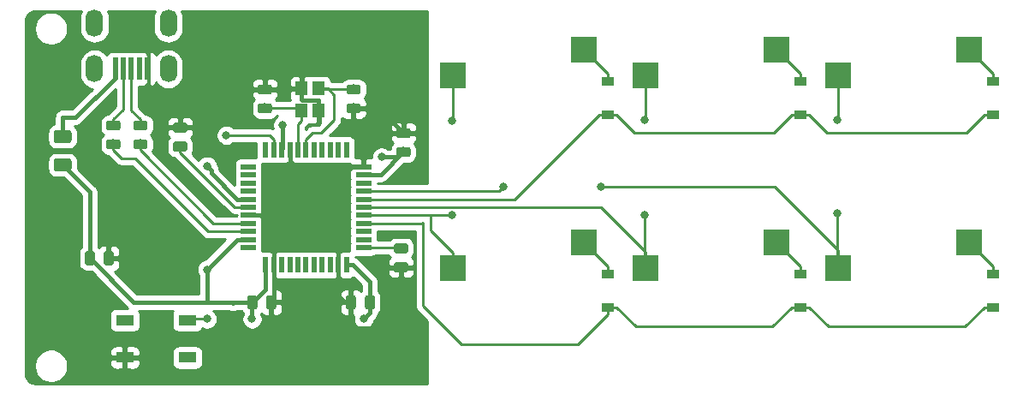
<source format=gbl>
G04 #@! TF.GenerationSoftware,KiCad,Pcbnew,(5.1.4)-1*
G04 #@! TF.CreationDate,2023-05-28T14:22:49-07:00*
G04 #@! TF.ProjectId,keypad,6b657970-6164-42e6-9b69-6361645f7063,rev?*
G04 #@! TF.SameCoordinates,Original*
G04 #@! TF.FileFunction,Copper,L2,Bot*
G04 #@! TF.FilePolarity,Positive*
%FSLAX46Y46*%
G04 Gerber Fmt 4.6, Leading zero omitted, Abs format (unit mm)*
G04 Created by KiCad (PCBNEW (5.1.4)-1) date 2023-05-28 14:22:49*
%MOMM*%
%LPD*%
G04 APERTURE LIST*
%ADD10R,1.200000X1.400000*%
%ADD11O,1.700000X2.700000*%
%ADD12R,0.500000X2.250000*%
%ADD13R,0.550000X1.500000*%
%ADD14R,1.500000X0.550000*%
%ADD15R,1.800000X1.100000*%
%ADD16C,0.100000*%
%ADD17C,0.975000*%
%ADD18R,2.550000X2.500000*%
%ADD19C,1.250000*%
%ADD20R,1.200000X0.900000*%
%ADD21C,0.800000*%
%ADD22C,0.381000*%
%ADD23C,0.254000*%
G04 APERTURE END LIST*
D10*
X185117000Y-110703000D03*
X185117000Y-112903000D03*
X186817000Y-112903000D03*
X186817000Y-110703000D03*
D11*
X164625000Y-104243750D03*
X171925000Y-104243750D03*
X171925000Y-108743750D03*
X164625000Y-108743750D03*
D12*
X166675000Y-108743750D03*
X167475000Y-108743750D03*
X168275000Y-108743750D03*
X169075000Y-108743750D03*
X169875000Y-108743750D03*
D13*
X181547000Y-128128000D03*
X182347000Y-128128000D03*
X183147000Y-128128000D03*
X183947000Y-128128000D03*
X184747000Y-128128000D03*
X185547000Y-128128000D03*
X186347000Y-128128000D03*
X187147000Y-128128000D03*
X187947000Y-128128000D03*
X188747000Y-128128000D03*
X189547000Y-128128000D03*
D14*
X191247000Y-126428000D03*
X191247000Y-125628000D03*
X191247000Y-124828000D03*
X191247000Y-124028000D03*
X191247000Y-123228000D03*
X191247000Y-122428000D03*
X191247000Y-121628000D03*
X191247000Y-120828000D03*
X191247000Y-120028000D03*
X191247000Y-119228000D03*
X191247000Y-118428000D03*
D13*
X189547000Y-116728000D03*
X188747000Y-116728000D03*
X187947000Y-116728000D03*
X187147000Y-116728000D03*
X186347000Y-116728000D03*
X185547000Y-116728000D03*
X184747000Y-116728000D03*
X183947000Y-116728000D03*
X183147000Y-116728000D03*
X182347000Y-116728000D03*
X181547000Y-116728000D03*
D14*
X179847000Y-118428000D03*
X179847000Y-119228000D03*
X179847000Y-120028000D03*
X179847000Y-120828000D03*
X179847000Y-121628000D03*
X179847000Y-122428000D03*
X179847000Y-123228000D03*
X179847000Y-124028000D03*
X179847000Y-124828000D03*
X179847000Y-125628000D03*
X179847000Y-126428000D03*
D15*
X173831250Y-137287000D03*
X167631250Y-133587000D03*
X173831250Y-133587000D03*
X167631250Y-137287000D03*
D16*
G36*
X195425142Y-126005674D02*
G01*
X195448803Y-126009184D01*
X195472007Y-126014996D01*
X195494529Y-126023054D01*
X195516153Y-126033282D01*
X195536670Y-126045579D01*
X195555883Y-126059829D01*
X195573607Y-126075893D01*
X195589671Y-126093617D01*
X195603921Y-126112830D01*
X195616218Y-126133347D01*
X195626446Y-126154971D01*
X195634504Y-126177493D01*
X195640316Y-126200697D01*
X195643826Y-126224358D01*
X195645000Y-126248250D01*
X195645000Y-126735750D01*
X195643826Y-126759642D01*
X195640316Y-126783303D01*
X195634504Y-126806507D01*
X195626446Y-126829029D01*
X195616218Y-126850653D01*
X195603921Y-126871170D01*
X195589671Y-126890383D01*
X195573607Y-126908107D01*
X195555883Y-126924171D01*
X195536670Y-126938421D01*
X195516153Y-126950718D01*
X195494529Y-126960946D01*
X195472007Y-126969004D01*
X195448803Y-126974816D01*
X195425142Y-126978326D01*
X195401250Y-126979500D01*
X194488750Y-126979500D01*
X194464858Y-126978326D01*
X194441197Y-126974816D01*
X194417993Y-126969004D01*
X194395471Y-126960946D01*
X194373847Y-126950718D01*
X194353330Y-126938421D01*
X194334117Y-126924171D01*
X194316393Y-126908107D01*
X194300329Y-126890383D01*
X194286079Y-126871170D01*
X194273782Y-126850653D01*
X194263554Y-126829029D01*
X194255496Y-126806507D01*
X194249684Y-126783303D01*
X194246174Y-126759642D01*
X194245000Y-126735750D01*
X194245000Y-126248250D01*
X194246174Y-126224358D01*
X194249684Y-126200697D01*
X194255496Y-126177493D01*
X194263554Y-126154971D01*
X194273782Y-126133347D01*
X194286079Y-126112830D01*
X194300329Y-126093617D01*
X194316393Y-126075893D01*
X194334117Y-126059829D01*
X194353330Y-126045579D01*
X194373847Y-126033282D01*
X194395471Y-126023054D01*
X194417993Y-126014996D01*
X194441197Y-126009184D01*
X194464858Y-126005674D01*
X194488750Y-126004500D01*
X195401250Y-126004500D01*
X195425142Y-126005674D01*
X195425142Y-126005674D01*
G37*
D17*
X194945000Y-126492000D03*
D16*
G36*
X195425142Y-127880674D02*
G01*
X195448803Y-127884184D01*
X195472007Y-127889996D01*
X195494529Y-127898054D01*
X195516153Y-127908282D01*
X195536670Y-127920579D01*
X195555883Y-127934829D01*
X195573607Y-127950893D01*
X195589671Y-127968617D01*
X195603921Y-127987830D01*
X195616218Y-128008347D01*
X195626446Y-128029971D01*
X195634504Y-128052493D01*
X195640316Y-128075697D01*
X195643826Y-128099358D01*
X195645000Y-128123250D01*
X195645000Y-128610750D01*
X195643826Y-128634642D01*
X195640316Y-128658303D01*
X195634504Y-128681507D01*
X195626446Y-128704029D01*
X195616218Y-128725653D01*
X195603921Y-128746170D01*
X195589671Y-128765383D01*
X195573607Y-128783107D01*
X195555883Y-128799171D01*
X195536670Y-128813421D01*
X195516153Y-128825718D01*
X195494529Y-128835946D01*
X195472007Y-128844004D01*
X195448803Y-128849816D01*
X195425142Y-128853326D01*
X195401250Y-128854500D01*
X194488750Y-128854500D01*
X194464858Y-128853326D01*
X194441197Y-128849816D01*
X194417993Y-128844004D01*
X194395471Y-128835946D01*
X194373847Y-128825718D01*
X194353330Y-128813421D01*
X194334117Y-128799171D01*
X194316393Y-128783107D01*
X194300329Y-128765383D01*
X194286079Y-128746170D01*
X194273782Y-128725653D01*
X194263554Y-128704029D01*
X194255496Y-128681507D01*
X194249684Y-128658303D01*
X194246174Y-128634642D01*
X194245000Y-128610750D01*
X194245000Y-128123250D01*
X194246174Y-128099358D01*
X194249684Y-128075697D01*
X194255496Y-128052493D01*
X194263554Y-128029971D01*
X194273782Y-128008347D01*
X194286079Y-127987830D01*
X194300329Y-127968617D01*
X194316393Y-127950893D01*
X194334117Y-127934829D01*
X194353330Y-127920579D01*
X194373847Y-127908282D01*
X194395471Y-127898054D01*
X194417993Y-127889996D01*
X194441197Y-127884184D01*
X194464858Y-127880674D01*
X194488750Y-127879500D01*
X195401250Y-127879500D01*
X195425142Y-127880674D01*
X195425142Y-127880674D01*
G37*
D17*
X194945000Y-128367000D03*
D16*
G36*
X169644142Y-113843674D02*
G01*
X169667803Y-113847184D01*
X169691007Y-113852996D01*
X169713529Y-113861054D01*
X169735153Y-113871282D01*
X169755670Y-113883579D01*
X169774883Y-113897829D01*
X169792607Y-113913893D01*
X169808671Y-113931617D01*
X169822921Y-113950830D01*
X169835218Y-113971347D01*
X169845446Y-113992971D01*
X169853504Y-114015493D01*
X169859316Y-114038697D01*
X169862826Y-114062358D01*
X169864000Y-114086250D01*
X169864000Y-114573750D01*
X169862826Y-114597642D01*
X169859316Y-114621303D01*
X169853504Y-114644507D01*
X169845446Y-114667029D01*
X169835218Y-114688653D01*
X169822921Y-114709170D01*
X169808671Y-114728383D01*
X169792607Y-114746107D01*
X169774883Y-114762171D01*
X169755670Y-114776421D01*
X169735153Y-114788718D01*
X169713529Y-114798946D01*
X169691007Y-114807004D01*
X169667803Y-114812816D01*
X169644142Y-114816326D01*
X169620250Y-114817500D01*
X168707750Y-114817500D01*
X168683858Y-114816326D01*
X168660197Y-114812816D01*
X168636993Y-114807004D01*
X168614471Y-114798946D01*
X168592847Y-114788718D01*
X168572330Y-114776421D01*
X168553117Y-114762171D01*
X168535393Y-114746107D01*
X168519329Y-114728383D01*
X168505079Y-114709170D01*
X168492782Y-114688653D01*
X168482554Y-114667029D01*
X168474496Y-114644507D01*
X168468684Y-114621303D01*
X168465174Y-114597642D01*
X168464000Y-114573750D01*
X168464000Y-114086250D01*
X168465174Y-114062358D01*
X168468684Y-114038697D01*
X168474496Y-114015493D01*
X168482554Y-113992971D01*
X168492782Y-113971347D01*
X168505079Y-113950830D01*
X168519329Y-113931617D01*
X168535393Y-113913893D01*
X168553117Y-113897829D01*
X168572330Y-113883579D01*
X168592847Y-113871282D01*
X168614471Y-113861054D01*
X168636993Y-113852996D01*
X168660197Y-113847184D01*
X168683858Y-113843674D01*
X168707750Y-113842500D01*
X169620250Y-113842500D01*
X169644142Y-113843674D01*
X169644142Y-113843674D01*
G37*
D17*
X169164000Y-114330000D03*
D16*
G36*
X169644142Y-115718674D02*
G01*
X169667803Y-115722184D01*
X169691007Y-115727996D01*
X169713529Y-115736054D01*
X169735153Y-115746282D01*
X169755670Y-115758579D01*
X169774883Y-115772829D01*
X169792607Y-115788893D01*
X169808671Y-115806617D01*
X169822921Y-115825830D01*
X169835218Y-115846347D01*
X169845446Y-115867971D01*
X169853504Y-115890493D01*
X169859316Y-115913697D01*
X169862826Y-115937358D01*
X169864000Y-115961250D01*
X169864000Y-116448750D01*
X169862826Y-116472642D01*
X169859316Y-116496303D01*
X169853504Y-116519507D01*
X169845446Y-116542029D01*
X169835218Y-116563653D01*
X169822921Y-116584170D01*
X169808671Y-116603383D01*
X169792607Y-116621107D01*
X169774883Y-116637171D01*
X169755670Y-116651421D01*
X169735153Y-116663718D01*
X169713529Y-116673946D01*
X169691007Y-116682004D01*
X169667803Y-116687816D01*
X169644142Y-116691326D01*
X169620250Y-116692500D01*
X168707750Y-116692500D01*
X168683858Y-116691326D01*
X168660197Y-116687816D01*
X168636993Y-116682004D01*
X168614471Y-116673946D01*
X168592847Y-116663718D01*
X168572330Y-116651421D01*
X168553117Y-116637171D01*
X168535393Y-116621107D01*
X168519329Y-116603383D01*
X168505079Y-116584170D01*
X168492782Y-116563653D01*
X168482554Y-116542029D01*
X168474496Y-116519507D01*
X168468684Y-116496303D01*
X168465174Y-116472642D01*
X168464000Y-116448750D01*
X168464000Y-115961250D01*
X168465174Y-115937358D01*
X168468684Y-115913697D01*
X168474496Y-115890493D01*
X168482554Y-115867971D01*
X168492782Y-115846347D01*
X168505079Y-115825830D01*
X168519329Y-115806617D01*
X168535393Y-115788893D01*
X168553117Y-115772829D01*
X168572330Y-115758579D01*
X168592847Y-115746282D01*
X168614471Y-115736054D01*
X168636993Y-115727996D01*
X168660197Y-115722184D01*
X168683858Y-115718674D01*
X168707750Y-115717500D01*
X169620250Y-115717500D01*
X169644142Y-115718674D01*
X169644142Y-115718674D01*
G37*
D17*
X169164000Y-116205000D03*
D16*
G36*
X166977142Y-113843674D02*
G01*
X167000803Y-113847184D01*
X167024007Y-113852996D01*
X167046529Y-113861054D01*
X167068153Y-113871282D01*
X167088670Y-113883579D01*
X167107883Y-113897829D01*
X167125607Y-113913893D01*
X167141671Y-113931617D01*
X167155921Y-113950830D01*
X167168218Y-113971347D01*
X167178446Y-113992971D01*
X167186504Y-114015493D01*
X167192316Y-114038697D01*
X167195826Y-114062358D01*
X167197000Y-114086250D01*
X167197000Y-114573750D01*
X167195826Y-114597642D01*
X167192316Y-114621303D01*
X167186504Y-114644507D01*
X167178446Y-114667029D01*
X167168218Y-114688653D01*
X167155921Y-114709170D01*
X167141671Y-114728383D01*
X167125607Y-114746107D01*
X167107883Y-114762171D01*
X167088670Y-114776421D01*
X167068153Y-114788718D01*
X167046529Y-114798946D01*
X167024007Y-114807004D01*
X167000803Y-114812816D01*
X166977142Y-114816326D01*
X166953250Y-114817500D01*
X166040750Y-114817500D01*
X166016858Y-114816326D01*
X165993197Y-114812816D01*
X165969993Y-114807004D01*
X165947471Y-114798946D01*
X165925847Y-114788718D01*
X165905330Y-114776421D01*
X165886117Y-114762171D01*
X165868393Y-114746107D01*
X165852329Y-114728383D01*
X165838079Y-114709170D01*
X165825782Y-114688653D01*
X165815554Y-114667029D01*
X165807496Y-114644507D01*
X165801684Y-114621303D01*
X165798174Y-114597642D01*
X165797000Y-114573750D01*
X165797000Y-114086250D01*
X165798174Y-114062358D01*
X165801684Y-114038697D01*
X165807496Y-114015493D01*
X165815554Y-113992971D01*
X165825782Y-113971347D01*
X165838079Y-113950830D01*
X165852329Y-113931617D01*
X165868393Y-113913893D01*
X165886117Y-113897829D01*
X165905330Y-113883579D01*
X165925847Y-113871282D01*
X165947471Y-113861054D01*
X165969993Y-113852996D01*
X165993197Y-113847184D01*
X166016858Y-113843674D01*
X166040750Y-113842500D01*
X166953250Y-113842500D01*
X166977142Y-113843674D01*
X166977142Y-113843674D01*
G37*
D17*
X166497000Y-114330000D03*
D16*
G36*
X166977142Y-115718674D02*
G01*
X167000803Y-115722184D01*
X167024007Y-115727996D01*
X167046529Y-115736054D01*
X167068153Y-115746282D01*
X167088670Y-115758579D01*
X167107883Y-115772829D01*
X167125607Y-115788893D01*
X167141671Y-115806617D01*
X167155921Y-115825830D01*
X167168218Y-115846347D01*
X167178446Y-115867971D01*
X167186504Y-115890493D01*
X167192316Y-115913697D01*
X167195826Y-115937358D01*
X167197000Y-115961250D01*
X167197000Y-116448750D01*
X167195826Y-116472642D01*
X167192316Y-116496303D01*
X167186504Y-116519507D01*
X167178446Y-116542029D01*
X167168218Y-116563653D01*
X167155921Y-116584170D01*
X167141671Y-116603383D01*
X167125607Y-116621107D01*
X167107883Y-116637171D01*
X167088670Y-116651421D01*
X167068153Y-116663718D01*
X167046529Y-116673946D01*
X167024007Y-116682004D01*
X167000803Y-116687816D01*
X166977142Y-116691326D01*
X166953250Y-116692500D01*
X166040750Y-116692500D01*
X166016858Y-116691326D01*
X165993197Y-116687816D01*
X165969993Y-116682004D01*
X165947471Y-116673946D01*
X165925847Y-116663718D01*
X165905330Y-116651421D01*
X165886117Y-116637171D01*
X165868393Y-116621107D01*
X165852329Y-116603383D01*
X165838079Y-116584170D01*
X165825782Y-116563653D01*
X165815554Y-116542029D01*
X165807496Y-116519507D01*
X165801684Y-116496303D01*
X165798174Y-116472642D01*
X165797000Y-116448750D01*
X165797000Y-115961250D01*
X165798174Y-115937358D01*
X165801684Y-115913697D01*
X165807496Y-115890493D01*
X165815554Y-115867971D01*
X165825782Y-115846347D01*
X165838079Y-115825830D01*
X165852329Y-115806617D01*
X165868393Y-115788893D01*
X165886117Y-115772829D01*
X165905330Y-115758579D01*
X165925847Y-115746282D01*
X165947471Y-115736054D01*
X165969993Y-115727996D01*
X165993197Y-115722184D01*
X166016858Y-115718674D01*
X166040750Y-115717500D01*
X166953250Y-115717500D01*
X166977142Y-115718674D01*
X166977142Y-115718674D01*
G37*
D17*
X166497000Y-116205000D03*
D18*
X251110750Y-125888750D03*
X238183750Y-128428750D03*
X251110750Y-106838750D03*
X238183750Y-109378750D03*
X232060750Y-125888750D03*
X219133750Y-128428750D03*
X232060750Y-106838750D03*
X219133750Y-109378750D03*
X213010750Y-125888750D03*
X200083750Y-128428750D03*
X213010750Y-106838750D03*
X200083750Y-109378750D03*
D16*
G36*
X162130004Y-114813204D02*
G01*
X162154273Y-114816804D01*
X162178071Y-114822765D01*
X162201171Y-114831030D01*
X162223349Y-114841520D01*
X162244393Y-114854133D01*
X162264098Y-114868747D01*
X162282277Y-114885223D01*
X162298753Y-114903402D01*
X162313367Y-114923107D01*
X162325980Y-114944151D01*
X162336470Y-114966329D01*
X162344735Y-114989429D01*
X162350696Y-115013227D01*
X162354296Y-115037496D01*
X162355500Y-115062000D01*
X162355500Y-115812000D01*
X162354296Y-115836504D01*
X162350696Y-115860773D01*
X162344735Y-115884571D01*
X162336470Y-115907671D01*
X162325980Y-115929849D01*
X162313367Y-115950893D01*
X162298753Y-115970598D01*
X162282277Y-115988777D01*
X162264098Y-116005253D01*
X162244393Y-116019867D01*
X162223349Y-116032480D01*
X162201171Y-116042970D01*
X162178071Y-116051235D01*
X162154273Y-116057196D01*
X162130004Y-116060796D01*
X162105500Y-116062000D01*
X160855500Y-116062000D01*
X160830996Y-116060796D01*
X160806727Y-116057196D01*
X160782929Y-116051235D01*
X160759829Y-116042970D01*
X160737651Y-116032480D01*
X160716607Y-116019867D01*
X160696902Y-116005253D01*
X160678723Y-115988777D01*
X160662247Y-115970598D01*
X160647633Y-115950893D01*
X160635020Y-115929849D01*
X160624530Y-115907671D01*
X160616265Y-115884571D01*
X160610304Y-115860773D01*
X160606704Y-115836504D01*
X160605500Y-115812000D01*
X160605500Y-115062000D01*
X160606704Y-115037496D01*
X160610304Y-115013227D01*
X160616265Y-114989429D01*
X160624530Y-114966329D01*
X160635020Y-114944151D01*
X160647633Y-114923107D01*
X160662247Y-114903402D01*
X160678723Y-114885223D01*
X160696902Y-114868747D01*
X160716607Y-114854133D01*
X160737651Y-114841520D01*
X160759829Y-114831030D01*
X160782929Y-114822765D01*
X160806727Y-114816804D01*
X160830996Y-114813204D01*
X160855500Y-114812000D01*
X162105500Y-114812000D01*
X162130004Y-114813204D01*
X162130004Y-114813204D01*
G37*
D19*
X161480500Y-115437000D03*
D16*
G36*
X162130004Y-117613204D02*
G01*
X162154273Y-117616804D01*
X162178071Y-117622765D01*
X162201171Y-117631030D01*
X162223349Y-117641520D01*
X162244393Y-117654133D01*
X162264098Y-117668747D01*
X162282277Y-117685223D01*
X162298753Y-117703402D01*
X162313367Y-117723107D01*
X162325980Y-117744151D01*
X162336470Y-117766329D01*
X162344735Y-117789429D01*
X162350696Y-117813227D01*
X162354296Y-117837496D01*
X162355500Y-117862000D01*
X162355500Y-118612000D01*
X162354296Y-118636504D01*
X162350696Y-118660773D01*
X162344735Y-118684571D01*
X162336470Y-118707671D01*
X162325980Y-118729849D01*
X162313367Y-118750893D01*
X162298753Y-118770598D01*
X162282277Y-118788777D01*
X162264098Y-118805253D01*
X162244393Y-118819867D01*
X162223349Y-118832480D01*
X162201171Y-118842970D01*
X162178071Y-118851235D01*
X162154273Y-118857196D01*
X162130004Y-118860796D01*
X162105500Y-118862000D01*
X160855500Y-118862000D01*
X160830996Y-118860796D01*
X160806727Y-118857196D01*
X160782929Y-118851235D01*
X160759829Y-118842970D01*
X160737651Y-118832480D01*
X160716607Y-118819867D01*
X160696902Y-118805253D01*
X160678723Y-118788777D01*
X160662247Y-118770598D01*
X160647633Y-118750893D01*
X160635020Y-118729849D01*
X160624530Y-118707671D01*
X160616265Y-118684571D01*
X160610304Y-118660773D01*
X160606704Y-118636504D01*
X160605500Y-118612000D01*
X160605500Y-117862000D01*
X160606704Y-117837496D01*
X160610304Y-117813227D01*
X160616265Y-117789429D01*
X160624530Y-117766329D01*
X160635020Y-117744151D01*
X160647633Y-117723107D01*
X160662247Y-117703402D01*
X160678723Y-117685223D01*
X160696902Y-117668747D01*
X160716607Y-117654133D01*
X160737651Y-117641520D01*
X160759829Y-117631030D01*
X160782929Y-117622765D01*
X160806727Y-117616804D01*
X160830996Y-117613204D01*
X160855500Y-117612000D01*
X162105500Y-117612000D01*
X162130004Y-117613204D01*
X162130004Y-117613204D01*
G37*
D19*
X161480500Y-118237000D03*
D20*
X253492000Y-129033000D03*
X253492000Y-132333000D03*
X253492000Y-109982000D03*
X253492000Y-113282000D03*
X234442000Y-129033000D03*
X234442000Y-132333000D03*
X234442000Y-109983000D03*
X234442000Y-113283000D03*
X215392000Y-129033000D03*
X215392000Y-132333000D03*
X215392000Y-109982000D03*
X215392000Y-113282000D03*
D16*
G36*
X173581142Y-114067674D02*
G01*
X173604803Y-114071184D01*
X173628007Y-114076996D01*
X173650529Y-114085054D01*
X173672153Y-114095282D01*
X173692670Y-114107579D01*
X173711883Y-114121829D01*
X173729607Y-114137893D01*
X173745671Y-114155617D01*
X173759921Y-114174830D01*
X173772218Y-114195347D01*
X173782446Y-114216971D01*
X173790504Y-114239493D01*
X173796316Y-114262697D01*
X173799826Y-114286358D01*
X173801000Y-114310250D01*
X173801000Y-114797750D01*
X173799826Y-114821642D01*
X173796316Y-114845303D01*
X173790504Y-114868507D01*
X173782446Y-114891029D01*
X173772218Y-114912653D01*
X173759921Y-114933170D01*
X173745671Y-114952383D01*
X173729607Y-114970107D01*
X173711883Y-114986171D01*
X173692670Y-115000421D01*
X173672153Y-115012718D01*
X173650529Y-115022946D01*
X173628007Y-115031004D01*
X173604803Y-115036816D01*
X173581142Y-115040326D01*
X173557250Y-115041500D01*
X172644750Y-115041500D01*
X172620858Y-115040326D01*
X172597197Y-115036816D01*
X172573993Y-115031004D01*
X172551471Y-115022946D01*
X172529847Y-115012718D01*
X172509330Y-115000421D01*
X172490117Y-114986171D01*
X172472393Y-114970107D01*
X172456329Y-114952383D01*
X172442079Y-114933170D01*
X172429782Y-114912653D01*
X172419554Y-114891029D01*
X172411496Y-114868507D01*
X172405684Y-114845303D01*
X172402174Y-114821642D01*
X172401000Y-114797750D01*
X172401000Y-114310250D01*
X172402174Y-114286358D01*
X172405684Y-114262697D01*
X172411496Y-114239493D01*
X172419554Y-114216971D01*
X172429782Y-114195347D01*
X172442079Y-114174830D01*
X172456329Y-114155617D01*
X172472393Y-114137893D01*
X172490117Y-114121829D01*
X172509330Y-114107579D01*
X172529847Y-114095282D01*
X172551471Y-114085054D01*
X172573993Y-114076996D01*
X172597197Y-114071184D01*
X172620858Y-114067674D01*
X172644750Y-114066500D01*
X173557250Y-114066500D01*
X173581142Y-114067674D01*
X173581142Y-114067674D01*
G37*
D17*
X173101000Y-114554000D03*
D16*
G36*
X173581142Y-115942674D02*
G01*
X173604803Y-115946184D01*
X173628007Y-115951996D01*
X173650529Y-115960054D01*
X173672153Y-115970282D01*
X173692670Y-115982579D01*
X173711883Y-115996829D01*
X173729607Y-116012893D01*
X173745671Y-116030617D01*
X173759921Y-116049830D01*
X173772218Y-116070347D01*
X173782446Y-116091971D01*
X173790504Y-116114493D01*
X173796316Y-116137697D01*
X173799826Y-116161358D01*
X173801000Y-116185250D01*
X173801000Y-116672750D01*
X173799826Y-116696642D01*
X173796316Y-116720303D01*
X173790504Y-116743507D01*
X173782446Y-116766029D01*
X173772218Y-116787653D01*
X173759921Y-116808170D01*
X173745671Y-116827383D01*
X173729607Y-116845107D01*
X173711883Y-116861171D01*
X173692670Y-116875421D01*
X173672153Y-116887718D01*
X173650529Y-116897946D01*
X173628007Y-116906004D01*
X173604803Y-116911816D01*
X173581142Y-116915326D01*
X173557250Y-116916500D01*
X172644750Y-116916500D01*
X172620858Y-116915326D01*
X172597197Y-116911816D01*
X172573993Y-116906004D01*
X172551471Y-116897946D01*
X172529847Y-116887718D01*
X172509330Y-116875421D01*
X172490117Y-116861171D01*
X172472393Y-116845107D01*
X172456329Y-116827383D01*
X172442079Y-116808170D01*
X172429782Y-116787653D01*
X172419554Y-116766029D01*
X172411496Y-116743507D01*
X172405684Y-116720303D01*
X172402174Y-116696642D01*
X172401000Y-116672750D01*
X172401000Y-116185250D01*
X172402174Y-116161358D01*
X172405684Y-116137697D01*
X172411496Y-116114493D01*
X172419554Y-116091971D01*
X172429782Y-116070347D01*
X172442079Y-116049830D01*
X172456329Y-116030617D01*
X172472393Y-116012893D01*
X172490117Y-115996829D01*
X172509330Y-115982579D01*
X172529847Y-115970282D01*
X172551471Y-115960054D01*
X172573993Y-115951996D01*
X172597197Y-115946184D01*
X172620858Y-115942674D01*
X172644750Y-115941500D01*
X173557250Y-115941500D01*
X173581142Y-115942674D01*
X173581142Y-115942674D01*
G37*
D17*
X173101000Y-116429000D03*
D16*
G36*
X166305142Y-126760674D02*
G01*
X166328803Y-126764184D01*
X166352007Y-126769996D01*
X166374529Y-126778054D01*
X166396153Y-126788282D01*
X166416670Y-126800579D01*
X166435883Y-126814829D01*
X166453607Y-126830893D01*
X166469671Y-126848617D01*
X166483921Y-126867830D01*
X166496218Y-126888347D01*
X166506446Y-126909971D01*
X166514504Y-126932493D01*
X166520316Y-126955697D01*
X166523826Y-126979358D01*
X166525000Y-127003250D01*
X166525000Y-127915750D01*
X166523826Y-127939642D01*
X166520316Y-127963303D01*
X166514504Y-127986507D01*
X166506446Y-128009029D01*
X166496218Y-128030653D01*
X166483921Y-128051170D01*
X166469671Y-128070383D01*
X166453607Y-128088107D01*
X166435883Y-128104171D01*
X166416670Y-128118421D01*
X166396153Y-128130718D01*
X166374529Y-128140946D01*
X166352007Y-128149004D01*
X166328803Y-128154816D01*
X166305142Y-128158326D01*
X166281250Y-128159500D01*
X165793750Y-128159500D01*
X165769858Y-128158326D01*
X165746197Y-128154816D01*
X165722993Y-128149004D01*
X165700471Y-128140946D01*
X165678847Y-128130718D01*
X165658330Y-128118421D01*
X165639117Y-128104171D01*
X165621393Y-128088107D01*
X165605329Y-128070383D01*
X165591079Y-128051170D01*
X165578782Y-128030653D01*
X165568554Y-128009029D01*
X165560496Y-127986507D01*
X165554684Y-127963303D01*
X165551174Y-127939642D01*
X165550000Y-127915750D01*
X165550000Y-127003250D01*
X165551174Y-126979358D01*
X165554684Y-126955697D01*
X165560496Y-126932493D01*
X165568554Y-126909971D01*
X165578782Y-126888347D01*
X165591079Y-126867830D01*
X165605329Y-126848617D01*
X165621393Y-126830893D01*
X165639117Y-126814829D01*
X165658330Y-126800579D01*
X165678847Y-126788282D01*
X165700471Y-126778054D01*
X165722993Y-126769996D01*
X165746197Y-126764184D01*
X165769858Y-126760674D01*
X165793750Y-126759500D01*
X166281250Y-126759500D01*
X166305142Y-126760674D01*
X166305142Y-126760674D01*
G37*
D17*
X166037500Y-127459500D03*
D16*
G36*
X164430142Y-126760674D02*
G01*
X164453803Y-126764184D01*
X164477007Y-126769996D01*
X164499529Y-126778054D01*
X164521153Y-126788282D01*
X164541670Y-126800579D01*
X164560883Y-126814829D01*
X164578607Y-126830893D01*
X164594671Y-126848617D01*
X164608921Y-126867830D01*
X164621218Y-126888347D01*
X164631446Y-126909971D01*
X164639504Y-126932493D01*
X164645316Y-126955697D01*
X164648826Y-126979358D01*
X164650000Y-127003250D01*
X164650000Y-127915750D01*
X164648826Y-127939642D01*
X164645316Y-127963303D01*
X164639504Y-127986507D01*
X164631446Y-128009029D01*
X164621218Y-128030653D01*
X164608921Y-128051170D01*
X164594671Y-128070383D01*
X164578607Y-128088107D01*
X164560883Y-128104171D01*
X164541670Y-128118421D01*
X164521153Y-128130718D01*
X164499529Y-128140946D01*
X164477007Y-128149004D01*
X164453803Y-128154816D01*
X164430142Y-128158326D01*
X164406250Y-128159500D01*
X163918750Y-128159500D01*
X163894858Y-128158326D01*
X163871197Y-128154816D01*
X163847993Y-128149004D01*
X163825471Y-128140946D01*
X163803847Y-128130718D01*
X163783330Y-128118421D01*
X163764117Y-128104171D01*
X163746393Y-128088107D01*
X163730329Y-128070383D01*
X163716079Y-128051170D01*
X163703782Y-128030653D01*
X163693554Y-128009029D01*
X163685496Y-127986507D01*
X163679684Y-127963303D01*
X163676174Y-127939642D01*
X163675000Y-127915750D01*
X163675000Y-127003250D01*
X163676174Y-126979358D01*
X163679684Y-126955697D01*
X163685496Y-126932493D01*
X163693554Y-126909971D01*
X163703782Y-126888347D01*
X163716079Y-126867830D01*
X163730329Y-126848617D01*
X163746393Y-126830893D01*
X163764117Y-126814829D01*
X163783330Y-126800579D01*
X163803847Y-126788282D01*
X163825471Y-126778054D01*
X163847993Y-126769996D01*
X163871197Y-126764184D01*
X163894858Y-126760674D01*
X163918750Y-126759500D01*
X164406250Y-126759500D01*
X164430142Y-126760674D01*
X164430142Y-126760674D01*
G37*
D17*
X164162500Y-127459500D03*
D16*
G36*
X190259642Y-131127174D02*
G01*
X190283303Y-131130684D01*
X190306507Y-131136496D01*
X190329029Y-131144554D01*
X190350653Y-131154782D01*
X190371170Y-131167079D01*
X190390383Y-131181329D01*
X190408107Y-131197393D01*
X190424171Y-131215117D01*
X190438421Y-131234330D01*
X190450718Y-131254847D01*
X190460946Y-131276471D01*
X190469004Y-131298993D01*
X190474816Y-131322197D01*
X190478326Y-131345858D01*
X190479500Y-131369750D01*
X190479500Y-132282250D01*
X190478326Y-132306142D01*
X190474816Y-132329803D01*
X190469004Y-132353007D01*
X190460946Y-132375529D01*
X190450718Y-132397153D01*
X190438421Y-132417670D01*
X190424171Y-132436883D01*
X190408107Y-132454607D01*
X190390383Y-132470671D01*
X190371170Y-132484921D01*
X190350653Y-132497218D01*
X190329029Y-132507446D01*
X190306507Y-132515504D01*
X190283303Y-132521316D01*
X190259642Y-132524826D01*
X190235750Y-132526000D01*
X189748250Y-132526000D01*
X189724358Y-132524826D01*
X189700697Y-132521316D01*
X189677493Y-132515504D01*
X189654971Y-132507446D01*
X189633347Y-132497218D01*
X189612830Y-132484921D01*
X189593617Y-132470671D01*
X189575893Y-132454607D01*
X189559829Y-132436883D01*
X189545579Y-132417670D01*
X189533282Y-132397153D01*
X189523054Y-132375529D01*
X189514996Y-132353007D01*
X189509184Y-132329803D01*
X189505674Y-132306142D01*
X189504500Y-132282250D01*
X189504500Y-131369750D01*
X189505674Y-131345858D01*
X189509184Y-131322197D01*
X189514996Y-131298993D01*
X189523054Y-131276471D01*
X189533282Y-131254847D01*
X189545579Y-131234330D01*
X189559829Y-131215117D01*
X189575893Y-131197393D01*
X189593617Y-131181329D01*
X189612830Y-131167079D01*
X189633347Y-131154782D01*
X189654971Y-131144554D01*
X189677493Y-131136496D01*
X189700697Y-131130684D01*
X189724358Y-131127174D01*
X189748250Y-131126000D01*
X190235750Y-131126000D01*
X190259642Y-131127174D01*
X190259642Y-131127174D01*
G37*
D17*
X189992000Y-131826000D03*
D16*
G36*
X192134642Y-131127174D02*
G01*
X192158303Y-131130684D01*
X192181507Y-131136496D01*
X192204029Y-131144554D01*
X192225653Y-131154782D01*
X192246170Y-131167079D01*
X192265383Y-131181329D01*
X192283107Y-131197393D01*
X192299171Y-131215117D01*
X192313421Y-131234330D01*
X192325718Y-131254847D01*
X192335946Y-131276471D01*
X192344004Y-131298993D01*
X192349816Y-131322197D01*
X192353326Y-131345858D01*
X192354500Y-131369750D01*
X192354500Y-132282250D01*
X192353326Y-132306142D01*
X192349816Y-132329803D01*
X192344004Y-132353007D01*
X192335946Y-132375529D01*
X192325718Y-132397153D01*
X192313421Y-132417670D01*
X192299171Y-132436883D01*
X192283107Y-132454607D01*
X192265383Y-132470671D01*
X192246170Y-132484921D01*
X192225653Y-132497218D01*
X192204029Y-132507446D01*
X192181507Y-132515504D01*
X192158303Y-132521316D01*
X192134642Y-132524826D01*
X192110750Y-132526000D01*
X191623250Y-132526000D01*
X191599358Y-132524826D01*
X191575697Y-132521316D01*
X191552493Y-132515504D01*
X191529971Y-132507446D01*
X191508347Y-132497218D01*
X191487830Y-132484921D01*
X191468617Y-132470671D01*
X191450893Y-132454607D01*
X191434829Y-132436883D01*
X191420579Y-132417670D01*
X191408282Y-132397153D01*
X191398054Y-132375529D01*
X191389996Y-132353007D01*
X191384184Y-132329803D01*
X191380674Y-132306142D01*
X191379500Y-132282250D01*
X191379500Y-131369750D01*
X191380674Y-131345858D01*
X191384184Y-131322197D01*
X191389996Y-131298993D01*
X191398054Y-131276471D01*
X191408282Y-131254847D01*
X191420579Y-131234330D01*
X191434829Y-131215117D01*
X191450893Y-131197393D01*
X191468617Y-131181329D01*
X191487830Y-131167079D01*
X191508347Y-131154782D01*
X191529971Y-131144554D01*
X191552493Y-131136496D01*
X191575697Y-131130684D01*
X191599358Y-131127174D01*
X191623250Y-131126000D01*
X192110750Y-131126000D01*
X192134642Y-131127174D01*
X192134642Y-131127174D01*
G37*
D17*
X191867000Y-131826000D03*
D16*
G36*
X182385642Y-131127174D02*
G01*
X182409303Y-131130684D01*
X182432507Y-131136496D01*
X182455029Y-131144554D01*
X182476653Y-131154782D01*
X182497170Y-131167079D01*
X182516383Y-131181329D01*
X182534107Y-131197393D01*
X182550171Y-131215117D01*
X182564421Y-131234330D01*
X182576718Y-131254847D01*
X182586946Y-131276471D01*
X182595004Y-131298993D01*
X182600816Y-131322197D01*
X182604326Y-131345858D01*
X182605500Y-131369750D01*
X182605500Y-132282250D01*
X182604326Y-132306142D01*
X182600816Y-132329803D01*
X182595004Y-132353007D01*
X182586946Y-132375529D01*
X182576718Y-132397153D01*
X182564421Y-132417670D01*
X182550171Y-132436883D01*
X182534107Y-132454607D01*
X182516383Y-132470671D01*
X182497170Y-132484921D01*
X182476653Y-132497218D01*
X182455029Y-132507446D01*
X182432507Y-132515504D01*
X182409303Y-132521316D01*
X182385642Y-132524826D01*
X182361750Y-132526000D01*
X181874250Y-132526000D01*
X181850358Y-132524826D01*
X181826697Y-132521316D01*
X181803493Y-132515504D01*
X181780971Y-132507446D01*
X181759347Y-132497218D01*
X181738830Y-132484921D01*
X181719617Y-132470671D01*
X181701893Y-132454607D01*
X181685829Y-132436883D01*
X181671579Y-132417670D01*
X181659282Y-132397153D01*
X181649054Y-132375529D01*
X181640996Y-132353007D01*
X181635184Y-132329803D01*
X181631674Y-132306142D01*
X181630500Y-132282250D01*
X181630500Y-131369750D01*
X181631674Y-131345858D01*
X181635184Y-131322197D01*
X181640996Y-131298993D01*
X181649054Y-131276471D01*
X181659282Y-131254847D01*
X181671579Y-131234330D01*
X181685829Y-131215117D01*
X181701893Y-131197393D01*
X181719617Y-131181329D01*
X181738830Y-131167079D01*
X181759347Y-131154782D01*
X181780971Y-131144554D01*
X181803493Y-131136496D01*
X181826697Y-131130684D01*
X181850358Y-131127174D01*
X181874250Y-131126000D01*
X182361750Y-131126000D01*
X182385642Y-131127174D01*
X182385642Y-131127174D01*
G37*
D17*
X182118000Y-131826000D03*
D16*
G36*
X180510642Y-131127174D02*
G01*
X180534303Y-131130684D01*
X180557507Y-131136496D01*
X180580029Y-131144554D01*
X180601653Y-131154782D01*
X180622170Y-131167079D01*
X180641383Y-131181329D01*
X180659107Y-131197393D01*
X180675171Y-131215117D01*
X180689421Y-131234330D01*
X180701718Y-131254847D01*
X180711946Y-131276471D01*
X180720004Y-131298993D01*
X180725816Y-131322197D01*
X180729326Y-131345858D01*
X180730500Y-131369750D01*
X180730500Y-132282250D01*
X180729326Y-132306142D01*
X180725816Y-132329803D01*
X180720004Y-132353007D01*
X180711946Y-132375529D01*
X180701718Y-132397153D01*
X180689421Y-132417670D01*
X180675171Y-132436883D01*
X180659107Y-132454607D01*
X180641383Y-132470671D01*
X180622170Y-132484921D01*
X180601653Y-132497218D01*
X180580029Y-132507446D01*
X180557507Y-132515504D01*
X180534303Y-132521316D01*
X180510642Y-132524826D01*
X180486750Y-132526000D01*
X179999250Y-132526000D01*
X179975358Y-132524826D01*
X179951697Y-132521316D01*
X179928493Y-132515504D01*
X179905971Y-132507446D01*
X179884347Y-132497218D01*
X179863830Y-132484921D01*
X179844617Y-132470671D01*
X179826893Y-132454607D01*
X179810829Y-132436883D01*
X179796579Y-132417670D01*
X179784282Y-132397153D01*
X179774054Y-132375529D01*
X179765996Y-132353007D01*
X179760184Y-132329803D01*
X179756674Y-132306142D01*
X179755500Y-132282250D01*
X179755500Y-131369750D01*
X179756674Y-131345858D01*
X179760184Y-131322197D01*
X179765996Y-131298993D01*
X179774054Y-131276471D01*
X179784282Y-131254847D01*
X179796579Y-131234330D01*
X179810829Y-131215117D01*
X179826893Y-131197393D01*
X179844617Y-131181329D01*
X179863830Y-131167079D01*
X179884347Y-131154782D01*
X179905971Y-131144554D01*
X179928493Y-131136496D01*
X179951697Y-131130684D01*
X179975358Y-131127174D01*
X179999250Y-131126000D01*
X180486750Y-131126000D01*
X180510642Y-131127174D01*
X180510642Y-131127174D01*
G37*
D17*
X180243000Y-131826000D03*
D16*
G36*
X195679142Y-114605674D02*
G01*
X195702803Y-114609184D01*
X195726007Y-114614996D01*
X195748529Y-114623054D01*
X195770153Y-114633282D01*
X195790670Y-114645579D01*
X195809883Y-114659829D01*
X195827607Y-114675893D01*
X195843671Y-114693617D01*
X195857921Y-114712830D01*
X195870218Y-114733347D01*
X195880446Y-114754971D01*
X195888504Y-114777493D01*
X195894316Y-114800697D01*
X195897826Y-114824358D01*
X195899000Y-114848250D01*
X195899000Y-115335750D01*
X195897826Y-115359642D01*
X195894316Y-115383303D01*
X195888504Y-115406507D01*
X195880446Y-115429029D01*
X195870218Y-115450653D01*
X195857921Y-115471170D01*
X195843671Y-115490383D01*
X195827607Y-115508107D01*
X195809883Y-115524171D01*
X195790670Y-115538421D01*
X195770153Y-115550718D01*
X195748529Y-115560946D01*
X195726007Y-115569004D01*
X195702803Y-115574816D01*
X195679142Y-115578326D01*
X195655250Y-115579500D01*
X194742750Y-115579500D01*
X194718858Y-115578326D01*
X194695197Y-115574816D01*
X194671993Y-115569004D01*
X194649471Y-115560946D01*
X194627847Y-115550718D01*
X194607330Y-115538421D01*
X194588117Y-115524171D01*
X194570393Y-115508107D01*
X194554329Y-115490383D01*
X194540079Y-115471170D01*
X194527782Y-115450653D01*
X194517554Y-115429029D01*
X194509496Y-115406507D01*
X194503684Y-115383303D01*
X194500174Y-115359642D01*
X194499000Y-115335750D01*
X194499000Y-114848250D01*
X194500174Y-114824358D01*
X194503684Y-114800697D01*
X194509496Y-114777493D01*
X194517554Y-114754971D01*
X194527782Y-114733347D01*
X194540079Y-114712830D01*
X194554329Y-114693617D01*
X194570393Y-114675893D01*
X194588117Y-114659829D01*
X194607330Y-114645579D01*
X194627847Y-114633282D01*
X194649471Y-114623054D01*
X194671993Y-114614996D01*
X194695197Y-114609184D01*
X194718858Y-114605674D01*
X194742750Y-114604500D01*
X195655250Y-114604500D01*
X195679142Y-114605674D01*
X195679142Y-114605674D01*
G37*
D17*
X195199000Y-115092000D03*
D16*
G36*
X195679142Y-116480674D02*
G01*
X195702803Y-116484184D01*
X195726007Y-116489996D01*
X195748529Y-116498054D01*
X195770153Y-116508282D01*
X195790670Y-116520579D01*
X195809883Y-116534829D01*
X195827607Y-116550893D01*
X195843671Y-116568617D01*
X195857921Y-116587830D01*
X195870218Y-116608347D01*
X195880446Y-116629971D01*
X195888504Y-116652493D01*
X195894316Y-116675697D01*
X195897826Y-116699358D01*
X195899000Y-116723250D01*
X195899000Y-117210750D01*
X195897826Y-117234642D01*
X195894316Y-117258303D01*
X195888504Y-117281507D01*
X195880446Y-117304029D01*
X195870218Y-117325653D01*
X195857921Y-117346170D01*
X195843671Y-117365383D01*
X195827607Y-117383107D01*
X195809883Y-117399171D01*
X195790670Y-117413421D01*
X195770153Y-117425718D01*
X195748529Y-117435946D01*
X195726007Y-117444004D01*
X195702803Y-117449816D01*
X195679142Y-117453326D01*
X195655250Y-117454500D01*
X194742750Y-117454500D01*
X194718858Y-117453326D01*
X194695197Y-117449816D01*
X194671993Y-117444004D01*
X194649471Y-117435946D01*
X194627847Y-117425718D01*
X194607330Y-117413421D01*
X194588117Y-117399171D01*
X194570393Y-117383107D01*
X194554329Y-117365383D01*
X194540079Y-117346170D01*
X194527782Y-117325653D01*
X194517554Y-117304029D01*
X194509496Y-117281507D01*
X194503684Y-117258303D01*
X194500174Y-117234642D01*
X194499000Y-117210750D01*
X194499000Y-116723250D01*
X194500174Y-116699358D01*
X194503684Y-116675697D01*
X194509496Y-116652493D01*
X194517554Y-116629971D01*
X194527782Y-116608347D01*
X194540079Y-116587830D01*
X194554329Y-116568617D01*
X194570393Y-116550893D01*
X194588117Y-116534829D01*
X194607330Y-116520579D01*
X194627847Y-116508282D01*
X194649471Y-116498054D01*
X194671993Y-116489996D01*
X194695197Y-116484184D01*
X194718858Y-116480674D01*
X194742750Y-116479500D01*
X195655250Y-116479500D01*
X195679142Y-116480674D01*
X195679142Y-116480674D01*
G37*
D17*
X195199000Y-116967000D03*
D16*
G36*
X190726142Y-112162674D02*
G01*
X190749803Y-112166184D01*
X190773007Y-112171996D01*
X190795529Y-112180054D01*
X190817153Y-112190282D01*
X190837670Y-112202579D01*
X190856883Y-112216829D01*
X190874607Y-112232893D01*
X190890671Y-112250617D01*
X190904921Y-112269830D01*
X190917218Y-112290347D01*
X190927446Y-112311971D01*
X190935504Y-112334493D01*
X190941316Y-112357697D01*
X190944826Y-112381358D01*
X190946000Y-112405250D01*
X190946000Y-112892750D01*
X190944826Y-112916642D01*
X190941316Y-112940303D01*
X190935504Y-112963507D01*
X190927446Y-112986029D01*
X190917218Y-113007653D01*
X190904921Y-113028170D01*
X190890671Y-113047383D01*
X190874607Y-113065107D01*
X190856883Y-113081171D01*
X190837670Y-113095421D01*
X190817153Y-113107718D01*
X190795529Y-113117946D01*
X190773007Y-113126004D01*
X190749803Y-113131816D01*
X190726142Y-113135326D01*
X190702250Y-113136500D01*
X189789750Y-113136500D01*
X189765858Y-113135326D01*
X189742197Y-113131816D01*
X189718993Y-113126004D01*
X189696471Y-113117946D01*
X189674847Y-113107718D01*
X189654330Y-113095421D01*
X189635117Y-113081171D01*
X189617393Y-113065107D01*
X189601329Y-113047383D01*
X189587079Y-113028170D01*
X189574782Y-113007653D01*
X189564554Y-112986029D01*
X189556496Y-112963507D01*
X189550684Y-112940303D01*
X189547174Y-112916642D01*
X189546000Y-112892750D01*
X189546000Y-112405250D01*
X189547174Y-112381358D01*
X189550684Y-112357697D01*
X189556496Y-112334493D01*
X189564554Y-112311971D01*
X189574782Y-112290347D01*
X189587079Y-112269830D01*
X189601329Y-112250617D01*
X189617393Y-112232893D01*
X189635117Y-112216829D01*
X189654330Y-112202579D01*
X189674847Y-112190282D01*
X189696471Y-112180054D01*
X189718993Y-112171996D01*
X189742197Y-112166184D01*
X189765858Y-112162674D01*
X189789750Y-112161500D01*
X190702250Y-112161500D01*
X190726142Y-112162674D01*
X190726142Y-112162674D01*
G37*
D17*
X190246000Y-112649000D03*
D16*
G36*
X190726142Y-110287674D02*
G01*
X190749803Y-110291184D01*
X190773007Y-110296996D01*
X190795529Y-110305054D01*
X190817153Y-110315282D01*
X190837670Y-110327579D01*
X190856883Y-110341829D01*
X190874607Y-110357893D01*
X190890671Y-110375617D01*
X190904921Y-110394830D01*
X190917218Y-110415347D01*
X190927446Y-110436971D01*
X190935504Y-110459493D01*
X190941316Y-110482697D01*
X190944826Y-110506358D01*
X190946000Y-110530250D01*
X190946000Y-111017750D01*
X190944826Y-111041642D01*
X190941316Y-111065303D01*
X190935504Y-111088507D01*
X190927446Y-111111029D01*
X190917218Y-111132653D01*
X190904921Y-111153170D01*
X190890671Y-111172383D01*
X190874607Y-111190107D01*
X190856883Y-111206171D01*
X190837670Y-111220421D01*
X190817153Y-111232718D01*
X190795529Y-111242946D01*
X190773007Y-111251004D01*
X190749803Y-111256816D01*
X190726142Y-111260326D01*
X190702250Y-111261500D01*
X189789750Y-111261500D01*
X189765858Y-111260326D01*
X189742197Y-111256816D01*
X189718993Y-111251004D01*
X189696471Y-111242946D01*
X189674847Y-111232718D01*
X189654330Y-111220421D01*
X189635117Y-111206171D01*
X189617393Y-111190107D01*
X189601329Y-111172383D01*
X189587079Y-111153170D01*
X189574782Y-111132653D01*
X189564554Y-111111029D01*
X189556496Y-111088507D01*
X189550684Y-111065303D01*
X189547174Y-111041642D01*
X189546000Y-111017750D01*
X189546000Y-110530250D01*
X189547174Y-110506358D01*
X189550684Y-110482697D01*
X189556496Y-110459493D01*
X189564554Y-110436971D01*
X189574782Y-110415347D01*
X189587079Y-110394830D01*
X189601329Y-110375617D01*
X189617393Y-110357893D01*
X189635117Y-110341829D01*
X189654330Y-110327579D01*
X189674847Y-110315282D01*
X189696471Y-110305054D01*
X189718993Y-110296996D01*
X189742197Y-110291184D01*
X189765858Y-110287674D01*
X189789750Y-110286500D01*
X190702250Y-110286500D01*
X190726142Y-110287674D01*
X190726142Y-110287674D01*
G37*
D17*
X190246000Y-110774000D03*
D16*
G36*
X181963142Y-110287674D02*
G01*
X181986803Y-110291184D01*
X182010007Y-110296996D01*
X182032529Y-110305054D01*
X182054153Y-110315282D01*
X182074670Y-110327579D01*
X182093883Y-110341829D01*
X182111607Y-110357893D01*
X182127671Y-110375617D01*
X182141921Y-110394830D01*
X182154218Y-110415347D01*
X182164446Y-110436971D01*
X182172504Y-110459493D01*
X182178316Y-110482697D01*
X182181826Y-110506358D01*
X182183000Y-110530250D01*
X182183000Y-111017750D01*
X182181826Y-111041642D01*
X182178316Y-111065303D01*
X182172504Y-111088507D01*
X182164446Y-111111029D01*
X182154218Y-111132653D01*
X182141921Y-111153170D01*
X182127671Y-111172383D01*
X182111607Y-111190107D01*
X182093883Y-111206171D01*
X182074670Y-111220421D01*
X182054153Y-111232718D01*
X182032529Y-111242946D01*
X182010007Y-111251004D01*
X181986803Y-111256816D01*
X181963142Y-111260326D01*
X181939250Y-111261500D01*
X181026750Y-111261500D01*
X181002858Y-111260326D01*
X180979197Y-111256816D01*
X180955993Y-111251004D01*
X180933471Y-111242946D01*
X180911847Y-111232718D01*
X180891330Y-111220421D01*
X180872117Y-111206171D01*
X180854393Y-111190107D01*
X180838329Y-111172383D01*
X180824079Y-111153170D01*
X180811782Y-111132653D01*
X180801554Y-111111029D01*
X180793496Y-111088507D01*
X180787684Y-111065303D01*
X180784174Y-111041642D01*
X180783000Y-111017750D01*
X180783000Y-110530250D01*
X180784174Y-110506358D01*
X180787684Y-110482697D01*
X180793496Y-110459493D01*
X180801554Y-110436971D01*
X180811782Y-110415347D01*
X180824079Y-110394830D01*
X180838329Y-110375617D01*
X180854393Y-110357893D01*
X180872117Y-110341829D01*
X180891330Y-110327579D01*
X180911847Y-110315282D01*
X180933471Y-110305054D01*
X180955993Y-110296996D01*
X180979197Y-110291184D01*
X181002858Y-110287674D01*
X181026750Y-110286500D01*
X181939250Y-110286500D01*
X181963142Y-110287674D01*
X181963142Y-110287674D01*
G37*
D17*
X181483000Y-110774000D03*
D16*
G36*
X181963142Y-112162674D02*
G01*
X181986803Y-112166184D01*
X182010007Y-112171996D01*
X182032529Y-112180054D01*
X182054153Y-112190282D01*
X182074670Y-112202579D01*
X182093883Y-112216829D01*
X182111607Y-112232893D01*
X182127671Y-112250617D01*
X182141921Y-112269830D01*
X182154218Y-112290347D01*
X182164446Y-112311971D01*
X182172504Y-112334493D01*
X182178316Y-112357697D01*
X182181826Y-112381358D01*
X182183000Y-112405250D01*
X182183000Y-112892750D01*
X182181826Y-112916642D01*
X182178316Y-112940303D01*
X182172504Y-112963507D01*
X182164446Y-112986029D01*
X182154218Y-113007653D01*
X182141921Y-113028170D01*
X182127671Y-113047383D01*
X182111607Y-113065107D01*
X182093883Y-113081171D01*
X182074670Y-113095421D01*
X182054153Y-113107718D01*
X182032529Y-113117946D01*
X182010007Y-113126004D01*
X181986803Y-113131816D01*
X181963142Y-113135326D01*
X181939250Y-113136500D01*
X181026750Y-113136500D01*
X181002858Y-113135326D01*
X180979197Y-113131816D01*
X180955993Y-113126004D01*
X180933471Y-113117946D01*
X180911847Y-113107718D01*
X180891330Y-113095421D01*
X180872117Y-113081171D01*
X180854393Y-113065107D01*
X180838329Y-113047383D01*
X180824079Y-113028170D01*
X180811782Y-113007653D01*
X180801554Y-112986029D01*
X180793496Y-112963507D01*
X180787684Y-112940303D01*
X180784174Y-112916642D01*
X180783000Y-112892750D01*
X180783000Y-112405250D01*
X180784174Y-112381358D01*
X180787684Y-112357697D01*
X180793496Y-112334493D01*
X180801554Y-112311971D01*
X180811782Y-112290347D01*
X180824079Y-112269830D01*
X180838329Y-112250617D01*
X180854393Y-112232893D01*
X180872117Y-112216829D01*
X180891330Y-112202579D01*
X180911847Y-112190282D01*
X180933471Y-112180054D01*
X180955993Y-112171996D01*
X180979197Y-112166184D01*
X181002858Y-112162674D01*
X181026750Y-112161500D01*
X181939250Y-112161500D01*
X181963142Y-112162674D01*
X181963142Y-112162674D01*
G37*
D17*
X181483000Y-112649000D03*
D21*
X175768000Y-128576000D03*
X193040000Y-117475000D03*
X183261000Y-114300000D03*
X175768000Y-118364000D03*
X191262000Y-133477000D03*
X180213000Y-133477000D03*
X200025000Y-113919000D03*
X200025000Y-123190000D03*
X219075000Y-113792000D03*
X219075000Y-123190000D03*
X238125000Y-113792000D03*
X238125000Y-123063000D03*
X205105000Y-120396000D03*
X214757000Y-120396000D03*
X175768000Y-133477000D03*
X177673000Y-115316000D03*
D22*
X172301000Y-114554000D02*
X173101000Y-114554000D01*
X171827000Y-114554000D02*
X172301000Y-114554000D01*
X175230000Y-110774000D02*
X181483000Y-110774000D01*
X173101000Y-114554000D02*
X173101000Y-112903000D01*
X173101000Y-112903000D02*
X175230000Y-110774000D01*
X185046000Y-110774000D02*
X185117000Y-110703000D01*
X181483000Y-110774000D02*
X185046000Y-110774000D01*
X189992000Y-112903000D02*
X190246000Y-112649000D01*
X192756000Y-112649000D02*
X195199000Y-115092000D01*
X190246000Y-112649000D02*
X192756000Y-112649000D01*
X185117000Y-111784000D02*
X185117000Y-110703000D01*
X185145499Y-111812499D02*
X185117000Y-111784000D01*
X186807499Y-111812499D02*
X185145499Y-111812499D01*
X186817000Y-111822000D02*
X186807499Y-111812499D01*
X186817000Y-112903000D02*
X186817000Y-111822000D01*
X182347000Y-126997000D02*
X182347000Y-128128000D01*
X182347000Y-126197000D02*
X182347000Y-126997000D01*
X191247000Y-118428000D02*
X190116000Y-118428000D01*
X185816000Y-119728000D02*
X188816000Y-119728000D01*
X183947000Y-117859000D02*
X185816000Y-119728000D01*
X183947000Y-116728000D02*
X183947000Y-117859000D01*
X190116000Y-118428000D02*
X188816000Y-119728000D01*
X185204000Y-123228000D02*
X185260000Y-123284000D01*
X179847000Y-123228000D02*
X185204000Y-123228000D01*
X185260000Y-123284000D02*
X182347000Y-126197000D01*
X188747000Y-123977000D02*
X186657000Y-121887000D01*
X188747000Y-128128000D02*
X188747000Y-123977000D01*
X188816000Y-119728000D02*
X186657000Y-121887000D01*
X186657000Y-121887000D02*
X185260000Y-123284000D01*
X188747000Y-129259000D02*
X188747000Y-128128000D01*
X189404500Y-131826000D02*
X188747000Y-131168500D01*
X189992000Y-131826000D02*
X189404500Y-131826000D01*
X182347000Y-131597000D02*
X182347000Y-128128000D01*
X182118000Y-131826000D02*
X182347000Y-131597000D01*
X194945000Y-128367000D02*
X194945000Y-128954500D01*
X188747000Y-131168500D02*
X188747000Y-129946000D01*
X188747000Y-129946000D02*
X188747000Y-129259000D01*
X166037500Y-127459500D02*
X167591500Y-127459500D01*
X167591500Y-127459500D02*
X167640000Y-127508000D01*
X170368500Y-113095500D02*
X171827000Y-114554000D01*
X194945000Y-130369672D02*
X193294000Y-132020672D01*
X194945000Y-128367000D02*
X194945000Y-130369672D01*
X193294000Y-132020672D02*
X193294000Y-133858000D01*
X193294000Y-133858000D02*
X192786000Y-134366000D01*
X192786000Y-134366000D02*
X190119000Y-134366000D01*
X189992000Y-134239000D02*
X189992000Y-131826000D01*
X190119000Y-134366000D02*
X189992000Y-134239000D01*
D23*
X184863000Y-112649000D02*
X185117000Y-112903000D01*
X181483000Y-112649000D02*
X184863000Y-112649000D01*
X184747000Y-115724000D02*
X184747000Y-116728000D01*
X184747000Y-114227000D02*
X184747000Y-115724000D01*
X185117000Y-113857000D02*
X184747000Y-114227000D01*
X185117000Y-112903000D02*
X185117000Y-113857000D01*
X186888000Y-110774000D02*
X186817000Y-110703000D01*
X190246000Y-110774000D02*
X186888000Y-110774000D01*
X187671000Y-110703000D02*
X188341000Y-111373000D01*
X186817000Y-110703000D02*
X187671000Y-110703000D01*
X188341000Y-111373000D02*
X188341000Y-113792000D01*
X188341000Y-113792000D02*
X187071000Y-115062000D01*
X185547000Y-115724000D02*
X185547000Y-116728000D01*
X186209000Y-115062000D02*
X185547000Y-115724000D01*
X187071000Y-115062000D02*
X186209000Y-115062000D01*
D22*
X164162500Y-127459500D02*
X168529000Y-131826000D01*
X181547000Y-130522000D02*
X181547000Y-128128000D01*
X180243000Y-131826000D02*
X181547000Y-130522000D01*
X192938000Y-119228000D02*
X191247000Y-119228000D01*
X195199000Y-116967000D02*
X192938000Y-119228000D01*
X191867000Y-131826000D02*
X191867000Y-132626000D01*
X178308000Y-131953000D02*
X178435000Y-131826000D01*
X178435000Y-131826000D02*
X180243000Y-131826000D01*
X178716000Y-125628000D02*
X179847000Y-125628000D01*
X175768000Y-128576000D02*
X178716000Y-125628000D01*
X175768000Y-131826000D02*
X175768000Y-128576000D01*
X175768000Y-131826000D02*
X178435000Y-131826000D01*
X168529000Y-131826000D02*
X175768000Y-131826000D01*
X194691000Y-117475000D02*
X195199000Y-116967000D01*
X193040000Y-117475000D02*
X194691000Y-117475000D01*
X183261000Y-116614000D02*
X183147000Y-116728000D01*
X183261000Y-114300000D02*
X183261000Y-116614000D01*
X178716000Y-121628000D02*
X179847000Y-121628000D01*
X176167999Y-119079999D02*
X178716000Y-121628000D01*
X175768000Y-118364000D02*
X176167999Y-118763999D01*
X176167999Y-118763999D02*
X176167999Y-119079999D01*
X190203000Y-128128000D02*
X189547000Y-128128000D01*
X191867000Y-131826000D02*
X191867000Y-129792000D01*
X191867000Y-129792000D02*
X190203000Y-128128000D01*
X191867000Y-131826000D02*
X191867000Y-132872000D01*
X191867000Y-132872000D02*
X191262000Y-133477000D01*
X180213000Y-131856000D02*
X180243000Y-131826000D01*
X180213000Y-133477000D02*
X180213000Y-131856000D01*
X164162500Y-120919000D02*
X161480500Y-118237000D01*
X164162500Y-127459500D02*
X164162500Y-120919000D01*
D23*
X178843000Y-122428000D02*
X179847000Y-122428000D01*
X178512500Y-122428000D02*
X178843000Y-122428000D01*
X173101000Y-117016500D02*
X178512500Y-122428000D01*
X173101000Y-116429000D02*
X173101000Y-117016500D01*
X215392000Y-109278000D02*
X215392000Y-109982000D01*
X215392000Y-109195000D02*
X215392000Y-109278000D01*
X213035750Y-106838750D02*
X215392000Y-109195000D01*
X213010750Y-106838750D02*
X213035750Y-106838750D01*
X216246000Y-113282000D02*
X218026000Y-115062000D01*
X215392000Y-113282000D02*
X216246000Y-113282000D01*
X233588000Y-113283000D02*
X234442000Y-113283000D01*
X231809000Y-115062000D02*
X233588000Y-113283000D01*
X218026000Y-115062000D02*
X231809000Y-115062000D01*
X235296000Y-113283000D02*
X237075000Y-115062000D01*
X234442000Y-113283000D02*
X235296000Y-113283000D01*
X252638000Y-113282000D02*
X253492000Y-113282000D01*
X250858000Y-115062000D02*
X252638000Y-113282000D01*
X237075000Y-115062000D02*
X250858000Y-115062000D01*
X192251000Y-121628000D02*
X191247000Y-121628000D01*
X206192000Y-121628000D02*
X192251000Y-121628000D01*
X214538000Y-113282000D02*
X206192000Y-121628000D01*
X215392000Y-113282000D02*
X214538000Y-113282000D01*
X215392000Y-128329000D02*
X215392000Y-129033000D01*
X215392000Y-128245000D02*
X215392000Y-128329000D01*
X213035750Y-125888750D02*
X215392000Y-128245000D01*
X213010750Y-125888750D02*
X213035750Y-125888750D01*
X252638000Y-132333000D02*
X250732000Y-134239000D01*
X253492000Y-132333000D02*
X252638000Y-132333000D01*
X235296000Y-132333000D02*
X234442000Y-132333000D01*
X237202000Y-134239000D02*
X235296000Y-132333000D01*
X250732000Y-134239000D02*
X237202000Y-134239000D01*
X233588000Y-132333000D02*
X231682000Y-134239000D01*
X234442000Y-132333000D02*
X233588000Y-132333000D01*
X216246000Y-132333000D02*
X215392000Y-132333000D01*
X218152000Y-134239000D02*
X216246000Y-132333000D01*
X231682000Y-134239000D02*
X218152000Y-134239000D01*
X215392000Y-133037000D02*
X212412000Y-136017000D01*
X215392000Y-132333000D02*
X215392000Y-133037000D01*
X212412000Y-136017000D02*
X200914000Y-136017000D01*
X200914000Y-136017000D02*
X197104000Y-132207000D01*
X197104000Y-132207000D02*
X197104000Y-123952000D01*
X197028000Y-124028000D02*
X191247000Y-124028000D01*
X197104000Y-123952000D02*
X197028000Y-124028000D01*
X234442000Y-109279000D02*
X234442000Y-109983000D01*
X234442000Y-109195000D02*
X234442000Y-109279000D01*
X232085750Y-106838750D02*
X234442000Y-109195000D01*
X232060750Y-106838750D02*
X232085750Y-106838750D01*
X234442000Y-128329000D02*
X234442000Y-129033000D01*
X234442000Y-128245000D02*
X234442000Y-128329000D01*
X232085750Y-125888750D02*
X234442000Y-128245000D01*
X232060750Y-125888750D02*
X232085750Y-125888750D01*
X253492000Y-109278000D02*
X253492000Y-109982000D01*
X253492000Y-109195000D02*
X253492000Y-109278000D01*
X251135750Y-106838750D02*
X253492000Y-109195000D01*
X251110750Y-106838750D02*
X251135750Y-106838750D01*
X253492000Y-128329000D02*
X253492000Y-129033000D01*
X253492000Y-128245000D02*
X253492000Y-128329000D01*
X251135750Y-125888750D02*
X253492000Y-128245000D01*
X251110750Y-125888750D02*
X251135750Y-125888750D01*
D22*
X161480500Y-115437000D02*
X161480500Y-113544500D01*
X166675000Y-109618750D02*
X166675000Y-108743750D01*
X162749250Y-113544500D02*
X166675000Y-109618750D01*
X161480500Y-113544500D02*
X162749250Y-113544500D01*
D23*
X200083750Y-109378750D02*
X200083750Y-113860250D01*
X200083750Y-113860250D02*
X200025000Y-113919000D01*
X197828000Y-123228000D02*
X191247000Y-123228000D01*
X197866000Y-123190000D02*
X197828000Y-123228000D01*
X197866000Y-124707000D02*
X197866000Y-123190000D01*
X200083750Y-128428750D02*
X200083750Y-126924750D01*
X200083750Y-126924750D02*
X197866000Y-124707000D01*
X200025000Y-123190000D02*
X197866000Y-123190000D01*
X219133750Y-109378750D02*
X219133750Y-113733250D01*
X219133750Y-113733250D02*
X219075000Y-113792000D01*
X219075000Y-128370000D02*
X219133750Y-128428750D01*
X219075000Y-123190000D02*
X219075000Y-128370000D01*
X191247000Y-122428000D02*
X214757000Y-122428000D01*
X219133750Y-126804750D02*
X219133750Y-128428750D01*
X214757000Y-122428000D02*
X219133750Y-126804750D01*
X238183750Y-109378750D02*
X238183750Y-113733250D01*
X238183750Y-113733250D02*
X238125000Y-113792000D01*
X238125000Y-128370000D02*
X238183750Y-128428750D01*
X238125000Y-123063000D02*
X238125000Y-128370000D01*
X191247000Y-120828000D02*
X204673000Y-120828000D01*
X204673000Y-120828000D02*
X205105000Y-120396000D01*
X238183750Y-126677750D02*
X238183750Y-128428750D01*
X214757000Y-120396000D02*
X231902000Y-120396000D01*
X231902000Y-120396000D02*
X238183750Y-126677750D01*
X167475000Y-110122750D02*
X167475000Y-108743750D01*
X167475000Y-112764500D02*
X167475000Y-110122750D01*
X166497000Y-113742500D02*
X167475000Y-112764500D01*
X166497000Y-114330000D02*
X166497000Y-113742500D01*
X166497000Y-116792500D02*
X167306500Y-117602000D01*
X166497000Y-116205000D02*
X166497000Y-116792500D01*
X167306500Y-117602000D02*
X168656000Y-117602000D01*
X168656000Y-117602000D02*
X175895000Y-124841000D01*
X175908000Y-124828000D02*
X179847000Y-124828000D01*
X175895000Y-124841000D02*
X175908000Y-124828000D01*
X168275000Y-110122750D02*
X168275000Y-108743750D01*
X168275000Y-112853500D02*
X168275000Y-110122750D01*
X169164000Y-113742500D02*
X168275000Y-112853500D01*
X169164000Y-114330000D02*
X169164000Y-113742500D01*
X178843000Y-124028000D02*
X179847000Y-124028000D01*
X176399500Y-124028000D02*
X178843000Y-124028000D01*
X169164000Y-116792500D02*
X176399500Y-124028000D01*
X169164000Y-116205000D02*
X169164000Y-116792500D01*
X194881000Y-126428000D02*
X194945000Y-126492000D01*
X191247000Y-126428000D02*
X194881000Y-126428000D01*
X175658000Y-133587000D02*
X175768000Y-133477000D01*
X182347000Y-115724000D02*
X182347000Y-116728000D01*
X181939000Y-115316000D02*
X182347000Y-115724000D01*
X177673000Y-115316000D02*
X181939000Y-115316000D01*
X173941250Y-133477000D02*
X173831250Y-133587000D01*
X175768000Y-133477000D02*
X173941250Y-133477000D01*
G36*
X163246401Y-103172716D02*
G01*
X163161487Y-103452639D01*
X163140000Y-103670800D01*
X163140000Y-104816699D01*
X163161487Y-105034860D01*
X163246401Y-105314783D01*
X163384294Y-105572763D01*
X163569866Y-105798884D01*
X163795986Y-105984456D01*
X164053966Y-106122349D01*
X164333889Y-106207263D01*
X164625000Y-106235935D01*
X164916110Y-106207263D01*
X165196033Y-106122349D01*
X165454013Y-105984456D01*
X165680134Y-105798884D01*
X165865706Y-105572764D01*
X166003599Y-105314784D01*
X166088513Y-105034861D01*
X166110000Y-104816700D01*
X166110000Y-103670800D01*
X166088513Y-103452639D01*
X166003599Y-103172716D01*
X165940010Y-103053750D01*
X170609990Y-103053750D01*
X170546401Y-103172716D01*
X170461487Y-103452639D01*
X170440000Y-103670800D01*
X170440000Y-104816699D01*
X170461487Y-105034860D01*
X170546401Y-105314783D01*
X170684294Y-105572763D01*
X170869866Y-105798884D01*
X171095986Y-105984456D01*
X171353966Y-106122349D01*
X171633889Y-106207263D01*
X171925000Y-106235935D01*
X172216110Y-106207263D01*
X172496033Y-106122349D01*
X172754013Y-105984456D01*
X172980134Y-105798884D01*
X173165706Y-105572764D01*
X173303599Y-105314784D01*
X173388513Y-105034861D01*
X173410000Y-104816700D01*
X173410000Y-103670800D01*
X173388513Y-103452639D01*
X173303599Y-103172716D01*
X173240010Y-103053750D01*
X197516750Y-103053750D01*
X197516750Y-120066000D01*
X192635072Y-120066000D01*
X192635072Y-120053500D01*
X192897450Y-120053500D01*
X192938000Y-120057494D01*
X192978550Y-120053500D01*
X192978553Y-120053500D01*
X193099826Y-120041556D01*
X193255434Y-119994353D01*
X193398842Y-119917699D01*
X193524541Y-119814541D01*
X193550398Y-119783034D01*
X195240862Y-118092572D01*
X195655250Y-118092572D01*
X195827285Y-118075628D01*
X195992709Y-118025447D01*
X196145164Y-117943958D01*
X196278792Y-117834292D01*
X196388458Y-117700664D01*
X196469947Y-117548209D01*
X196520128Y-117382785D01*
X196537072Y-117210750D01*
X196537072Y-116723250D01*
X196520128Y-116551215D01*
X196469947Y-116385791D01*
X196388458Y-116233336D01*
X196278792Y-116099708D01*
X196272436Y-116094492D01*
X196350185Y-116030685D01*
X196429537Y-115933994D01*
X196488502Y-115823680D01*
X196524812Y-115703982D01*
X196537072Y-115579500D01*
X196534000Y-115377750D01*
X196375250Y-115219000D01*
X195326000Y-115219000D01*
X195326000Y-115239000D01*
X195072000Y-115239000D01*
X195072000Y-115219000D01*
X194022750Y-115219000D01*
X193864000Y-115377750D01*
X193860928Y-115579500D01*
X193873188Y-115703982D01*
X193909498Y-115823680D01*
X193968463Y-115933994D01*
X194047815Y-116030685D01*
X194125564Y-116094492D01*
X194119208Y-116099708D01*
X194009542Y-116233336D01*
X193928053Y-116385791D01*
X193877872Y-116551215D01*
X193868192Y-116649500D01*
X193667503Y-116649500D01*
X193530256Y-116557795D01*
X193341898Y-116479774D01*
X193141939Y-116440000D01*
X192938061Y-116440000D01*
X192738102Y-116479774D01*
X192549744Y-116557795D01*
X192380226Y-116671063D01*
X192236063Y-116815226D01*
X192122795Y-116984744D01*
X192044774Y-117173102D01*
X192005000Y-117373061D01*
X192005000Y-117515983D01*
X191993787Y-117514936D01*
X191532750Y-117518000D01*
X191374000Y-117676750D01*
X191374000Y-118301000D01*
X191394000Y-118301000D01*
X191394000Y-118314928D01*
X190497000Y-118314928D01*
X190372518Y-118327188D01*
X190252820Y-118363498D01*
X190142506Y-118422463D01*
X190045815Y-118501815D01*
X189966463Y-118598506D01*
X189954083Y-118621667D01*
X189862000Y-118713750D01*
X189871546Y-118827337D01*
X189871188Y-118828518D01*
X189858928Y-118953000D01*
X189858928Y-119503000D01*
X189871188Y-119627482D01*
X189871345Y-119628000D01*
X189871188Y-119628518D01*
X189858928Y-119753000D01*
X189858928Y-120303000D01*
X189871188Y-120427482D01*
X189871345Y-120428000D01*
X189871188Y-120428518D01*
X189858928Y-120553000D01*
X189858928Y-121103000D01*
X189871188Y-121227482D01*
X189871345Y-121228000D01*
X189871188Y-121228518D01*
X189858928Y-121353000D01*
X189858928Y-121903000D01*
X189871188Y-122027482D01*
X189871345Y-122028000D01*
X189871188Y-122028518D01*
X189858928Y-122153000D01*
X189858928Y-122703000D01*
X189871188Y-122827482D01*
X189871345Y-122828000D01*
X189871188Y-122828518D01*
X189858928Y-122953000D01*
X189858928Y-123503000D01*
X189871188Y-123627482D01*
X189871345Y-123628000D01*
X189871188Y-123628518D01*
X189858928Y-123753000D01*
X189858928Y-124303000D01*
X189871188Y-124427482D01*
X189871345Y-124428000D01*
X189871188Y-124428518D01*
X189858928Y-124553000D01*
X189858928Y-125103000D01*
X189871188Y-125227482D01*
X189871345Y-125228000D01*
X189871188Y-125228518D01*
X189858928Y-125353000D01*
X189858928Y-125903000D01*
X189871188Y-126027482D01*
X189871345Y-126028000D01*
X189871188Y-126028518D01*
X189858928Y-126153000D01*
X189858928Y-126703000D01*
X189862962Y-126743962D01*
X189822000Y-126739928D01*
X189272000Y-126739928D01*
X189147518Y-126752188D01*
X189146337Y-126752546D01*
X189032750Y-126743000D01*
X188940667Y-126835083D01*
X188917506Y-126847463D01*
X188820815Y-126926815D01*
X188747000Y-127016759D01*
X188673185Y-126926815D01*
X188576494Y-126847463D01*
X188553333Y-126835083D01*
X188461250Y-126743000D01*
X188347663Y-126752546D01*
X188346482Y-126752188D01*
X188222000Y-126739928D01*
X187672000Y-126739928D01*
X187547518Y-126752188D01*
X187547000Y-126752345D01*
X187546482Y-126752188D01*
X187422000Y-126739928D01*
X186872000Y-126739928D01*
X186747518Y-126752188D01*
X186747000Y-126752345D01*
X186746482Y-126752188D01*
X186622000Y-126739928D01*
X186072000Y-126739928D01*
X185947518Y-126752188D01*
X185947000Y-126752345D01*
X185946482Y-126752188D01*
X185822000Y-126739928D01*
X185272000Y-126739928D01*
X185147518Y-126752188D01*
X185147000Y-126752345D01*
X185146482Y-126752188D01*
X185022000Y-126739928D01*
X184472000Y-126739928D01*
X184347518Y-126752188D01*
X184347000Y-126752345D01*
X184346482Y-126752188D01*
X184222000Y-126739928D01*
X183672000Y-126739928D01*
X183547518Y-126752188D01*
X183547000Y-126752345D01*
X183546482Y-126752188D01*
X183422000Y-126739928D01*
X182872000Y-126739928D01*
X182747518Y-126752188D01*
X182746337Y-126752546D01*
X182632750Y-126743000D01*
X182540667Y-126835083D01*
X182517506Y-126847463D01*
X182420815Y-126926815D01*
X182347000Y-127016759D01*
X182273185Y-126926815D01*
X182176494Y-126847463D01*
X182153333Y-126835083D01*
X182061250Y-126743000D01*
X181947663Y-126752546D01*
X181946482Y-126752188D01*
X181822000Y-126739928D01*
X181272000Y-126739928D01*
X181231038Y-126743962D01*
X181235072Y-126703000D01*
X181235072Y-126153000D01*
X181222812Y-126028518D01*
X181222655Y-126028000D01*
X181222812Y-126027482D01*
X181235072Y-125903000D01*
X181235072Y-125353000D01*
X181222812Y-125228518D01*
X181222655Y-125228000D01*
X181222812Y-125227482D01*
X181235072Y-125103000D01*
X181235072Y-124553000D01*
X181222812Y-124428518D01*
X181222655Y-124428000D01*
X181222812Y-124427482D01*
X181235072Y-124303000D01*
X181235072Y-123753000D01*
X181222812Y-123628518D01*
X181222454Y-123627337D01*
X181232000Y-123513750D01*
X181139917Y-123421667D01*
X181127537Y-123398506D01*
X181048185Y-123301815D01*
X180958241Y-123228000D01*
X181048185Y-123154185D01*
X181127537Y-123057494D01*
X181139917Y-123034333D01*
X181232000Y-122942250D01*
X181222454Y-122828663D01*
X181222812Y-122827482D01*
X181235072Y-122703000D01*
X181235072Y-122153000D01*
X181222812Y-122028518D01*
X181222655Y-122028000D01*
X181222812Y-122027482D01*
X181235072Y-121903000D01*
X181235072Y-121353000D01*
X181222812Y-121228518D01*
X181222655Y-121228000D01*
X181222812Y-121227482D01*
X181235072Y-121103000D01*
X181235072Y-120553000D01*
X181222812Y-120428518D01*
X181222655Y-120428000D01*
X181222812Y-120427482D01*
X181235072Y-120303000D01*
X181235072Y-119753000D01*
X181222812Y-119628518D01*
X181222655Y-119628000D01*
X181222812Y-119627482D01*
X181235072Y-119503000D01*
X181235072Y-118953000D01*
X181222812Y-118828518D01*
X181222655Y-118828000D01*
X181222812Y-118827482D01*
X181235072Y-118703000D01*
X181235072Y-118153000D01*
X181231038Y-118112038D01*
X181272000Y-118116072D01*
X181822000Y-118116072D01*
X181946482Y-118103812D01*
X181947000Y-118103655D01*
X181947518Y-118103812D01*
X182072000Y-118116072D01*
X182622000Y-118116072D01*
X182746482Y-118103812D01*
X182747000Y-118103655D01*
X182747518Y-118103812D01*
X182872000Y-118116072D01*
X183422000Y-118116072D01*
X183546482Y-118103812D01*
X183547663Y-118103454D01*
X183661250Y-118113000D01*
X183753333Y-118020917D01*
X183776494Y-118008537D01*
X183873185Y-117929185D01*
X183947000Y-117839241D01*
X184020815Y-117929185D01*
X184117506Y-118008537D01*
X184140667Y-118020917D01*
X184232750Y-118113000D01*
X184346337Y-118103454D01*
X184347518Y-118103812D01*
X184472000Y-118116072D01*
X185022000Y-118116072D01*
X185146482Y-118103812D01*
X185147000Y-118103655D01*
X185147518Y-118103812D01*
X185272000Y-118116072D01*
X185822000Y-118116072D01*
X185946482Y-118103812D01*
X185947000Y-118103655D01*
X185947518Y-118103812D01*
X186072000Y-118116072D01*
X186622000Y-118116072D01*
X186746482Y-118103812D01*
X186747000Y-118103655D01*
X186747518Y-118103812D01*
X186872000Y-118116072D01*
X187422000Y-118116072D01*
X187546482Y-118103812D01*
X187547000Y-118103655D01*
X187547518Y-118103812D01*
X187672000Y-118116072D01*
X188222000Y-118116072D01*
X188346482Y-118103812D01*
X188347000Y-118103655D01*
X188347518Y-118103812D01*
X188472000Y-118116072D01*
X189022000Y-118116072D01*
X189146482Y-118103812D01*
X189147000Y-118103655D01*
X189147518Y-118103812D01*
X189272000Y-118116072D01*
X189822000Y-118116072D01*
X189864552Y-118111881D01*
X189862000Y-118142250D01*
X190020750Y-118301000D01*
X191120000Y-118301000D01*
X191120000Y-117676750D01*
X190961250Y-117518000D01*
X190500213Y-117514936D01*
X190456028Y-117519064D01*
X190460072Y-117478000D01*
X190460072Y-115978000D01*
X190447812Y-115853518D01*
X190411502Y-115733820D01*
X190352537Y-115623506D01*
X190273185Y-115526815D01*
X190176494Y-115447463D01*
X190066180Y-115388498D01*
X189946482Y-115352188D01*
X189822000Y-115339928D01*
X189272000Y-115339928D01*
X189147518Y-115352188D01*
X189147000Y-115352345D01*
X189146482Y-115352188D01*
X189022000Y-115339928D01*
X188472000Y-115339928D01*
X188347518Y-115352188D01*
X188347000Y-115352345D01*
X188346482Y-115352188D01*
X188222000Y-115339928D01*
X187870702Y-115339928D01*
X188606130Y-114604500D01*
X193860928Y-114604500D01*
X193864000Y-114806250D01*
X194022750Y-114965000D01*
X195072000Y-114965000D01*
X195072000Y-114128250D01*
X195326000Y-114128250D01*
X195326000Y-114965000D01*
X196375250Y-114965000D01*
X196534000Y-114806250D01*
X196537072Y-114604500D01*
X196524812Y-114480018D01*
X196488502Y-114360320D01*
X196429537Y-114250006D01*
X196350185Y-114153315D01*
X196253494Y-114073963D01*
X196143180Y-114014998D01*
X196023482Y-113978688D01*
X195899000Y-113966428D01*
X195484750Y-113969500D01*
X195326000Y-114128250D01*
X195072000Y-114128250D01*
X194913250Y-113969500D01*
X194499000Y-113966428D01*
X194374518Y-113978688D01*
X194254820Y-114014998D01*
X194144506Y-114073963D01*
X194047815Y-114153315D01*
X193968463Y-114250006D01*
X193909498Y-114360320D01*
X193873188Y-114480018D01*
X193860928Y-114604500D01*
X188606130Y-114604500D01*
X188853352Y-114357279D01*
X188882422Y-114333422D01*
X188977645Y-114217392D01*
X189048402Y-114085015D01*
X189091974Y-113941378D01*
X189103000Y-113829426D01*
X189103000Y-113829424D01*
X189106686Y-113792001D01*
X189103000Y-113754578D01*
X189103000Y-113594402D01*
X189191506Y-113667037D01*
X189301820Y-113726002D01*
X189421518Y-113762312D01*
X189546000Y-113774572D01*
X189960250Y-113771500D01*
X190119000Y-113612750D01*
X190119000Y-112776000D01*
X190373000Y-112776000D01*
X190373000Y-113612750D01*
X190531750Y-113771500D01*
X190946000Y-113774572D01*
X191070482Y-113762312D01*
X191190180Y-113726002D01*
X191300494Y-113667037D01*
X191397185Y-113587685D01*
X191476537Y-113490994D01*
X191535502Y-113380680D01*
X191571812Y-113260982D01*
X191584072Y-113136500D01*
X191581000Y-112934750D01*
X191422250Y-112776000D01*
X190373000Y-112776000D01*
X190119000Y-112776000D01*
X190099000Y-112776000D01*
X190099000Y-112522000D01*
X190119000Y-112522000D01*
X190119000Y-112502000D01*
X190373000Y-112502000D01*
X190373000Y-112522000D01*
X191422250Y-112522000D01*
X191581000Y-112363250D01*
X191584072Y-112161500D01*
X191571812Y-112037018D01*
X191535502Y-111917320D01*
X191476537Y-111807006D01*
X191397185Y-111710315D01*
X191319436Y-111646508D01*
X191325792Y-111641292D01*
X191435458Y-111507664D01*
X191516947Y-111355209D01*
X191567128Y-111189785D01*
X191584072Y-111017750D01*
X191584072Y-110530250D01*
X191567128Y-110358215D01*
X191516947Y-110192791D01*
X191435458Y-110040336D01*
X191325792Y-109906708D01*
X191192164Y-109797042D01*
X191039709Y-109715553D01*
X190874285Y-109665372D01*
X190702250Y-109648428D01*
X189789750Y-109648428D01*
X189617715Y-109665372D01*
X189452291Y-109715553D01*
X189299836Y-109797042D01*
X189166208Y-109906708D01*
X189079797Y-110012000D01*
X188055072Y-110012000D01*
X188055072Y-110003000D01*
X188042812Y-109878518D01*
X188006502Y-109758820D01*
X187947537Y-109648506D01*
X187868185Y-109551815D01*
X187771494Y-109472463D01*
X187661180Y-109413498D01*
X187541482Y-109377188D01*
X187417000Y-109364928D01*
X186217000Y-109364928D01*
X186092518Y-109377188D01*
X185972820Y-109413498D01*
X185967000Y-109416609D01*
X185961180Y-109413498D01*
X185841482Y-109377188D01*
X185717000Y-109364928D01*
X185402750Y-109368000D01*
X185244000Y-109526750D01*
X185244000Y-110576000D01*
X185264000Y-110576000D01*
X185264000Y-110830000D01*
X185244000Y-110830000D01*
X185244000Y-110850000D01*
X184990000Y-110850000D01*
X184990000Y-110830000D01*
X184040750Y-110830000D01*
X183882000Y-110988750D01*
X183878928Y-111403000D01*
X183891188Y-111527482D01*
X183927498Y-111647180D01*
X183986463Y-111757494D01*
X184023809Y-111803000D01*
X183986463Y-111848506D01*
X183965887Y-111887000D01*
X182649203Y-111887000D01*
X182562792Y-111781708D01*
X182556436Y-111776492D01*
X182634185Y-111712685D01*
X182713537Y-111615994D01*
X182772502Y-111505680D01*
X182808812Y-111385982D01*
X182821072Y-111261500D01*
X182818000Y-111059750D01*
X182659250Y-110901000D01*
X181610000Y-110901000D01*
X181610000Y-110921000D01*
X181356000Y-110921000D01*
X181356000Y-110901000D01*
X180306750Y-110901000D01*
X180148000Y-111059750D01*
X180144928Y-111261500D01*
X180157188Y-111385982D01*
X180193498Y-111505680D01*
X180252463Y-111615994D01*
X180331815Y-111712685D01*
X180409564Y-111776492D01*
X180403208Y-111781708D01*
X180293542Y-111915336D01*
X180212053Y-112067791D01*
X180161872Y-112233215D01*
X180144928Y-112405250D01*
X180144928Y-112892750D01*
X180161872Y-113064785D01*
X180212053Y-113230209D01*
X180293542Y-113382664D01*
X180403208Y-113516292D01*
X180536836Y-113625958D01*
X180689291Y-113707447D01*
X180854715Y-113757628D01*
X181026750Y-113774572D01*
X181939250Y-113774572D01*
X182111285Y-113757628D01*
X182276709Y-113707447D01*
X182429164Y-113625958D01*
X182562792Y-113516292D01*
X182649203Y-113411000D01*
X182728532Y-113411000D01*
X182601226Y-113496063D01*
X182457063Y-113640226D01*
X182343795Y-113809744D01*
X182265774Y-113998102D01*
X182226000Y-114198061D01*
X182226000Y-114401939D01*
X182265774Y-114601898D01*
X182278938Y-114633679D01*
X182232015Y-114608598D01*
X182088378Y-114565026D01*
X181976426Y-114554000D01*
X181976423Y-114554000D01*
X181939000Y-114550314D01*
X181901577Y-114554000D01*
X178374711Y-114554000D01*
X178332774Y-114512063D01*
X178163256Y-114398795D01*
X177974898Y-114320774D01*
X177774939Y-114281000D01*
X177571061Y-114281000D01*
X177371102Y-114320774D01*
X177182744Y-114398795D01*
X177013226Y-114512063D01*
X176869063Y-114656226D01*
X176755795Y-114825744D01*
X176677774Y-115014102D01*
X176638000Y-115214061D01*
X176638000Y-115417939D01*
X176677774Y-115617898D01*
X176755795Y-115806256D01*
X176869063Y-115975774D01*
X177013226Y-116119937D01*
X177182744Y-116233205D01*
X177371102Y-116311226D01*
X177571061Y-116351000D01*
X177774939Y-116351000D01*
X177974898Y-116311226D01*
X178163256Y-116233205D01*
X178332774Y-116119937D01*
X178374711Y-116078000D01*
X180633928Y-116078000D01*
X180633928Y-117478000D01*
X180637962Y-117518962D01*
X180597000Y-117514928D01*
X179097000Y-117514928D01*
X178972518Y-117527188D01*
X178852820Y-117563498D01*
X178742506Y-117622463D01*
X178645815Y-117701815D01*
X178566463Y-117798506D01*
X178507498Y-117908820D01*
X178471188Y-118028518D01*
X178458928Y-118153000D01*
X178458928Y-118703000D01*
X178471188Y-118827482D01*
X178471345Y-118828000D01*
X178471188Y-118828518D01*
X178458928Y-118953000D01*
X178458928Y-119503000D01*
X178471188Y-119627482D01*
X178471345Y-119628000D01*
X178471188Y-119628518D01*
X178458928Y-119753000D01*
X178458928Y-120203495D01*
X176995096Y-118739664D01*
X176992544Y-118713750D01*
X176981555Y-118602173D01*
X176934352Y-118446565D01*
X176857698Y-118303157D01*
X176796291Y-118228332D01*
X176763226Y-118062102D01*
X176685205Y-117873744D01*
X176571937Y-117704226D01*
X176427774Y-117560063D01*
X176258256Y-117446795D01*
X176069898Y-117368774D01*
X175869939Y-117329000D01*
X175666061Y-117329000D01*
X175466102Y-117368774D01*
X175277744Y-117446795D01*
X175108226Y-117560063D01*
X174964063Y-117704226D01*
X174924927Y-117762797D01*
X174302418Y-117140288D01*
X174371947Y-117010209D01*
X174422128Y-116844785D01*
X174439072Y-116672750D01*
X174439072Y-116185250D01*
X174422128Y-116013215D01*
X174371947Y-115847791D01*
X174290458Y-115695336D01*
X174180792Y-115561708D01*
X174174436Y-115556492D01*
X174252185Y-115492685D01*
X174331537Y-115395994D01*
X174390502Y-115285680D01*
X174426812Y-115165982D01*
X174439072Y-115041500D01*
X174436000Y-114839750D01*
X174277250Y-114681000D01*
X173228000Y-114681000D01*
X173228000Y-114701000D01*
X172974000Y-114701000D01*
X172974000Y-114681000D01*
X171924750Y-114681000D01*
X171766000Y-114839750D01*
X171762928Y-115041500D01*
X171775188Y-115165982D01*
X171811498Y-115285680D01*
X171870463Y-115395994D01*
X171949815Y-115492685D01*
X172027564Y-115556492D01*
X172021208Y-115561708D01*
X171911542Y-115695336D01*
X171830053Y-115847791D01*
X171779872Y-116013215D01*
X171762928Y-116185250D01*
X171762928Y-116672750D01*
X171779872Y-116844785D01*
X171830053Y-117010209D01*
X171911542Y-117162664D01*
X172021208Y-117296292D01*
X172154836Y-117405958D01*
X172307291Y-117487447D01*
X172472715Y-117537628D01*
X172549098Y-117545151D01*
X172559579Y-117557922D01*
X172588649Y-117581779D01*
X177947216Y-122940346D01*
X177971078Y-122969422D01*
X178044719Y-123029857D01*
X178087107Y-123064645D01*
X178155123Y-123101000D01*
X178219485Y-123135402D01*
X178363122Y-123178974D01*
X178475074Y-123190000D01*
X178475077Y-123190000D01*
X178512500Y-123193686D01*
X178549923Y-123190000D01*
X178689456Y-123190000D01*
X178735759Y-123228000D01*
X178689456Y-123266000D01*
X176715131Y-123266000D01*
X170365418Y-116916288D01*
X170434947Y-116786209D01*
X170485128Y-116620785D01*
X170502072Y-116448750D01*
X170502072Y-115961250D01*
X170485128Y-115789215D01*
X170434947Y-115623791D01*
X170353458Y-115471336D01*
X170243792Y-115337708D01*
X170158244Y-115267500D01*
X170243792Y-115197292D01*
X170353458Y-115063664D01*
X170434947Y-114911209D01*
X170485128Y-114745785D01*
X170502072Y-114573750D01*
X170502072Y-114086250D01*
X170500127Y-114066500D01*
X171762928Y-114066500D01*
X171766000Y-114268250D01*
X171924750Y-114427000D01*
X172974000Y-114427000D01*
X172974000Y-113590250D01*
X173228000Y-113590250D01*
X173228000Y-114427000D01*
X174277250Y-114427000D01*
X174436000Y-114268250D01*
X174439072Y-114066500D01*
X174426812Y-113942018D01*
X174390502Y-113822320D01*
X174331537Y-113712006D01*
X174252185Y-113615315D01*
X174155494Y-113535963D01*
X174045180Y-113476998D01*
X173925482Y-113440688D01*
X173801000Y-113428428D01*
X173386750Y-113431500D01*
X173228000Y-113590250D01*
X172974000Y-113590250D01*
X172815250Y-113431500D01*
X172401000Y-113428428D01*
X172276518Y-113440688D01*
X172156820Y-113476998D01*
X172046506Y-113535963D01*
X171949815Y-113615315D01*
X171870463Y-113712006D01*
X171811498Y-113822320D01*
X171775188Y-113942018D01*
X171762928Y-114066500D01*
X170500127Y-114066500D01*
X170485128Y-113914215D01*
X170434947Y-113748791D01*
X170353458Y-113596336D01*
X170243792Y-113462708D01*
X170110164Y-113353042D01*
X169957709Y-113271553D01*
X169792285Y-113221372D01*
X169715903Y-113213849D01*
X169705422Y-113201078D01*
X169676351Y-113177221D01*
X169037000Y-112537870D01*
X169037000Y-110506822D01*
X169325000Y-110506822D01*
X169449482Y-110494562D01*
X169474266Y-110487044D01*
X169493639Y-110493154D01*
X169593250Y-110503750D01*
X169752000Y-110345000D01*
X169752000Y-110339783D01*
X169776185Y-110319935D01*
X169855537Y-110223244D01*
X169914502Y-110112930D01*
X169950812Y-109993232D01*
X169963072Y-109868750D01*
X169963072Y-107618750D01*
X169950812Y-107494268D01*
X169914502Y-107374570D01*
X169855537Y-107264256D01*
X169776185Y-107167565D01*
X169752000Y-107147717D01*
X169752000Y-107142500D01*
X169998000Y-107142500D01*
X169998000Y-108616750D01*
X170022000Y-108616750D01*
X170022000Y-108870750D01*
X169998000Y-108870750D01*
X169998000Y-110345000D01*
X170156750Y-110503750D01*
X170256361Y-110493154D01*
X170375652Y-110455529D01*
X170485311Y-110395354D01*
X170581123Y-110314943D01*
X170659406Y-110217384D01*
X170715123Y-110110328D01*
X170869866Y-110298884D01*
X171095986Y-110484456D01*
X171353966Y-110622349D01*
X171633889Y-110707263D01*
X171925000Y-110735935D01*
X172216110Y-110707263D01*
X172496033Y-110622349D01*
X172754013Y-110484456D01*
X172980134Y-110298884D01*
X172990297Y-110286500D01*
X180144928Y-110286500D01*
X180148000Y-110488250D01*
X180306750Y-110647000D01*
X181356000Y-110647000D01*
X181356000Y-109810250D01*
X181610000Y-109810250D01*
X181610000Y-110647000D01*
X182659250Y-110647000D01*
X182818000Y-110488250D01*
X182821072Y-110286500D01*
X182808812Y-110162018D01*
X182772502Y-110042320D01*
X182751485Y-110003000D01*
X183878928Y-110003000D01*
X183882000Y-110417250D01*
X184040750Y-110576000D01*
X184990000Y-110576000D01*
X184990000Y-109526750D01*
X184831250Y-109368000D01*
X184517000Y-109364928D01*
X184392518Y-109377188D01*
X184272820Y-109413498D01*
X184162506Y-109472463D01*
X184065815Y-109551815D01*
X183986463Y-109648506D01*
X183927498Y-109758820D01*
X183891188Y-109878518D01*
X183878928Y-110003000D01*
X182751485Y-110003000D01*
X182713537Y-109932006D01*
X182634185Y-109835315D01*
X182537494Y-109755963D01*
X182427180Y-109696998D01*
X182307482Y-109660688D01*
X182183000Y-109648428D01*
X181768750Y-109651500D01*
X181610000Y-109810250D01*
X181356000Y-109810250D01*
X181197250Y-109651500D01*
X180783000Y-109648428D01*
X180658518Y-109660688D01*
X180538820Y-109696998D01*
X180428506Y-109755963D01*
X180331815Y-109835315D01*
X180252463Y-109932006D01*
X180193498Y-110042320D01*
X180157188Y-110162018D01*
X180144928Y-110286500D01*
X172990297Y-110286500D01*
X173165706Y-110072764D01*
X173303599Y-109814784D01*
X173388513Y-109534861D01*
X173410000Y-109316700D01*
X173410000Y-108170800D01*
X173388513Y-107952639D01*
X173303599Y-107672716D01*
X173165706Y-107414736D01*
X172980134Y-107188616D01*
X172754014Y-107003044D01*
X172496034Y-106865151D01*
X172216111Y-106780237D01*
X171925000Y-106751565D01*
X171633890Y-106780237D01*
X171353967Y-106865151D01*
X171095987Y-107003044D01*
X170869867Y-107188616D01*
X170715123Y-107377171D01*
X170659406Y-107270116D01*
X170581123Y-107172557D01*
X170485311Y-107092146D01*
X170375652Y-107031971D01*
X170256361Y-106994346D01*
X170156750Y-106983750D01*
X169998000Y-107142500D01*
X169752000Y-107142500D01*
X169593250Y-106983750D01*
X169493639Y-106994346D01*
X169474266Y-107000456D01*
X169449482Y-106992938D01*
X169325000Y-106980678D01*
X168825000Y-106980678D01*
X168700518Y-106992938D01*
X168675000Y-107000679D01*
X168649482Y-106992938D01*
X168525000Y-106980678D01*
X168025000Y-106980678D01*
X167900518Y-106992938D01*
X167875000Y-107000679D01*
X167849482Y-106992938D01*
X167725000Y-106980678D01*
X167225000Y-106980678D01*
X167100518Y-106992938D01*
X167075000Y-107000679D01*
X167049482Y-106992938D01*
X166925000Y-106980678D01*
X166425000Y-106980678D01*
X166300518Y-106992938D01*
X166180820Y-107029248D01*
X166070506Y-107088213D01*
X165973815Y-107167565D01*
X165894463Y-107264256D01*
X165835498Y-107374570D01*
X165834754Y-107377021D01*
X165680134Y-107188616D01*
X165454014Y-107003044D01*
X165196034Y-106865151D01*
X164916111Y-106780237D01*
X164625000Y-106751565D01*
X164333890Y-106780237D01*
X164053967Y-106865151D01*
X163795987Y-107003044D01*
X163569867Y-107188616D01*
X163384294Y-107414736D01*
X163246401Y-107672716D01*
X163161487Y-107952639D01*
X163140000Y-108170800D01*
X163140000Y-109316699D01*
X163161487Y-109534860D01*
X163246401Y-109814783D01*
X163384294Y-110072763D01*
X163569866Y-110298884D01*
X163795986Y-110484456D01*
X164053966Y-110622349D01*
X164333889Y-110707263D01*
X164411418Y-110714899D01*
X162407318Y-112719000D01*
X161521053Y-112719000D01*
X161480500Y-112715006D01*
X161439947Y-112719000D01*
X161318674Y-112730944D01*
X161163066Y-112778147D01*
X161019658Y-112854801D01*
X160893959Y-112957959D01*
X160790801Y-113083658D01*
X160714147Y-113227066D01*
X160666944Y-113382674D01*
X160651006Y-113544500D01*
X160655001Y-113585063D01*
X160655001Y-114199257D01*
X160515650Y-114241528D01*
X160362114Y-114323595D01*
X160227538Y-114434038D01*
X160117095Y-114568614D01*
X160035028Y-114722150D01*
X159984492Y-114888746D01*
X159967428Y-115062000D01*
X159967428Y-115812000D01*
X159984492Y-115985254D01*
X160035028Y-116151850D01*
X160117095Y-116305386D01*
X160227538Y-116439962D01*
X160362114Y-116550405D01*
X160515650Y-116632472D01*
X160682246Y-116683008D01*
X160855500Y-116700072D01*
X162105500Y-116700072D01*
X162278754Y-116683008D01*
X162445350Y-116632472D01*
X162598886Y-116550405D01*
X162733462Y-116439962D01*
X162843905Y-116305386D01*
X162925972Y-116151850D01*
X162976508Y-115985254D01*
X162993572Y-115812000D01*
X162993572Y-115062000D01*
X162976508Y-114888746D01*
X162925972Y-114722150D01*
X162843905Y-114568614D01*
X162733462Y-114434038D01*
X162655431Y-114370000D01*
X162708700Y-114370000D01*
X162749250Y-114373994D01*
X162789800Y-114370000D01*
X162789803Y-114370000D01*
X162911076Y-114358056D01*
X163066684Y-114310853D01*
X163210092Y-114234199D01*
X163335791Y-114131041D01*
X163361648Y-114099534D01*
X166713001Y-110748183D01*
X166713000Y-112448869D01*
X165984649Y-113177221D01*
X165955579Y-113201078D01*
X165945098Y-113213849D01*
X165868715Y-113221372D01*
X165703291Y-113271553D01*
X165550836Y-113353042D01*
X165417208Y-113462708D01*
X165307542Y-113596336D01*
X165226053Y-113748791D01*
X165175872Y-113914215D01*
X165158928Y-114086250D01*
X165158928Y-114573750D01*
X165175872Y-114745785D01*
X165226053Y-114911209D01*
X165307542Y-115063664D01*
X165417208Y-115197292D01*
X165502756Y-115267500D01*
X165417208Y-115337708D01*
X165307542Y-115471336D01*
X165226053Y-115623791D01*
X165175872Y-115789215D01*
X165158928Y-115961250D01*
X165158928Y-116448750D01*
X165175872Y-116620785D01*
X165226053Y-116786209D01*
X165307542Y-116938664D01*
X165417208Y-117072292D01*
X165550836Y-117181958D01*
X165703291Y-117263447D01*
X165868715Y-117313628D01*
X165945098Y-117321151D01*
X165955579Y-117333922D01*
X165984649Y-117357779D01*
X166741220Y-118114351D01*
X166765078Y-118143422D01*
X166794148Y-118167279D01*
X166881107Y-118238645D01*
X166903296Y-118250505D01*
X167013485Y-118309402D01*
X167157122Y-118352974D01*
X167269074Y-118364000D01*
X167269077Y-118364000D01*
X167306500Y-118367686D01*
X167343923Y-118364000D01*
X168340370Y-118364000D01*
X175329728Y-125353359D01*
X175353579Y-125382421D01*
X175382641Y-125406272D01*
X175382648Y-125406279D01*
X175469607Y-125477645D01*
X175601984Y-125548401D01*
X175745621Y-125591973D01*
X175895000Y-125606686D01*
X176044378Y-125591973D01*
X176050882Y-125590000D01*
X177586566Y-125590000D01*
X175627996Y-127548572D01*
X175466102Y-127580774D01*
X175277744Y-127658795D01*
X175108226Y-127772063D01*
X174964063Y-127916226D01*
X174850795Y-128085744D01*
X174772774Y-128274102D01*
X174733000Y-128474061D01*
X174733000Y-128677939D01*
X174772774Y-128877898D01*
X174850795Y-129066256D01*
X174942501Y-129203504D01*
X174942500Y-131000500D01*
X168870934Y-131000500D01*
X166654287Y-128783854D01*
X166769180Y-128749002D01*
X166879494Y-128690037D01*
X166976185Y-128610685D01*
X167055537Y-128513994D01*
X167114502Y-128403680D01*
X167150812Y-128283982D01*
X167163072Y-128159500D01*
X167160000Y-127745250D01*
X167001250Y-127586500D01*
X166164500Y-127586500D01*
X166164500Y-127606500D01*
X165910500Y-127606500D01*
X165910500Y-127586500D01*
X165890500Y-127586500D01*
X165890500Y-127332500D01*
X165910500Y-127332500D01*
X165910500Y-126283250D01*
X166164500Y-126283250D01*
X166164500Y-127332500D01*
X167001250Y-127332500D01*
X167160000Y-127173750D01*
X167163072Y-126759500D01*
X167150812Y-126635018D01*
X167114502Y-126515320D01*
X167055537Y-126405006D01*
X166976185Y-126308315D01*
X166879494Y-126228963D01*
X166769180Y-126169998D01*
X166649482Y-126133688D01*
X166525000Y-126121428D01*
X166323250Y-126124500D01*
X166164500Y-126283250D01*
X165910500Y-126283250D01*
X165751750Y-126124500D01*
X165550000Y-126121428D01*
X165425518Y-126133688D01*
X165305820Y-126169998D01*
X165195506Y-126228963D01*
X165098815Y-126308315D01*
X165035008Y-126386064D01*
X165029792Y-126379708D01*
X164988000Y-126345410D01*
X164988000Y-120959550D01*
X164991994Y-120919000D01*
X164986345Y-120861647D01*
X164976056Y-120757174D01*
X164928853Y-120601566D01*
X164899783Y-120547180D01*
X164852199Y-120458157D01*
X164774892Y-120363958D01*
X164774889Y-120363955D01*
X164749041Y-120332459D01*
X164717545Y-120306611D01*
X162993572Y-118582639D01*
X162993572Y-117862000D01*
X162976508Y-117688746D01*
X162925972Y-117522150D01*
X162843905Y-117368614D01*
X162733462Y-117234038D01*
X162598886Y-117123595D01*
X162445350Y-117041528D01*
X162278754Y-116990992D01*
X162105500Y-116973928D01*
X160855500Y-116973928D01*
X160682246Y-116990992D01*
X160515650Y-117041528D01*
X160362114Y-117123595D01*
X160227538Y-117234038D01*
X160117095Y-117368614D01*
X160035028Y-117522150D01*
X159984492Y-117688746D01*
X159967428Y-117862000D01*
X159967428Y-118612000D01*
X159984492Y-118785254D01*
X160035028Y-118951850D01*
X160117095Y-119105386D01*
X160227538Y-119239962D01*
X160362114Y-119350405D01*
X160515650Y-119432472D01*
X160682246Y-119483008D01*
X160855500Y-119500072D01*
X161576139Y-119500072D01*
X163337001Y-121260935D01*
X163337000Y-126345410D01*
X163295208Y-126379708D01*
X163185542Y-126513336D01*
X163104053Y-126665791D01*
X163053872Y-126831215D01*
X163036928Y-127003250D01*
X163036928Y-127915750D01*
X163053872Y-128087785D01*
X163104053Y-128253209D01*
X163185542Y-128405664D01*
X163295208Y-128539292D01*
X163428836Y-128648958D01*
X163581291Y-128730447D01*
X163746715Y-128780628D01*
X163918750Y-128797572D01*
X164333140Y-128797572D01*
X167916611Y-132381045D01*
X167931287Y-132398928D01*
X166731250Y-132398928D01*
X166606768Y-132411188D01*
X166487070Y-132447498D01*
X166376756Y-132506463D01*
X166280065Y-132585815D01*
X166200713Y-132682506D01*
X166141748Y-132792820D01*
X166105438Y-132912518D01*
X166093178Y-133037000D01*
X166093178Y-134137000D01*
X166105438Y-134261482D01*
X166141748Y-134381180D01*
X166200713Y-134491494D01*
X166280065Y-134588185D01*
X166376756Y-134667537D01*
X166487070Y-134726502D01*
X166606768Y-134762812D01*
X166731250Y-134775072D01*
X168531250Y-134775072D01*
X168655732Y-134762812D01*
X168775430Y-134726502D01*
X168885744Y-134667537D01*
X168982435Y-134588185D01*
X169061787Y-134491494D01*
X169120752Y-134381180D01*
X169157062Y-134261482D01*
X169169322Y-134137000D01*
X169169322Y-133037000D01*
X169157062Y-132912518D01*
X169120752Y-132792820D01*
X169061787Y-132682506D01*
X169036341Y-132651500D01*
X172426159Y-132651500D01*
X172400713Y-132682506D01*
X172341748Y-132792820D01*
X172305438Y-132912518D01*
X172293178Y-133037000D01*
X172293178Y-134137000D01*
X172305438Y-134261482D01*
X172341748Y-134381180D01*
X172400713Y-134491494D01*
X172480065Y-134588185D01*
X172576756Y-134667537D01*
X172687070Y-134726502D01*
X172806768Y-134762812D01*
X172931250Y-134775072D01*
X174731250Y-134775072D01*
X174855732Y-134762812D01*
X174975430Y-134726502D01*
X175085744Y-134667537D01*
X175182435Y-134588185D01*
X175261787Y-134491494D01*
X175307256Y-134406429D01*
X175466102Y-134472226D01*
X175666061Y-134512000D01*
X175869939Y-134512000D01*
X176069898Y-134472226D01*
X176258256Y-134394205D01*
X176427774Y-134280937D01*
X176571937Y-134136774D01*
X176685205Y-133967256D01*
X176763226Y-133778898D01*
X176803000Y-133578939D01*
X176803000Y-133375061D01*
X176763226Y-133175102D01*
X176685205Y-132986744D01*
X176571937Y-132817226D01*
X176427774Y-132673063D01*
X176395503Y-132651500D01*
X177863623Y-132651500D01*
X177990567Y-132719353D01*
X178146174Y-132766555D01*
X178308000Y-132782494D01*
X178469826Y-132766555D01*
X178625433Y-132719353D01*
X178752377Y-132651500D01*
X179201546Y-132651500D01*
X179266042Y-132772164D01*
X179361474Y-132888448D01*
X179295795Y-132986744D01*
X179217774Y-133175102D01*
X179178000Y-133375061D01*
X179178000Y-133578939D01*
X179217774Y-133778898D01*
X179295795Y-133967256D01*
X179409063Y-134136774D01*
X179553226Y-134280937D01*
X179722744Y-134394205D01*
X179911102Y-134472226D01*
X180111061Y-134512000D01*
X180314939Y-134512000D01*
X180514898Y-134472226D01*
X180703256Y-134394205D01*
X180872774Y-134280937D01*
X181016937Y-134136774D01*
X181130205Y-133967256D01*
X181208226Y-133778898D01*
X181248000Y-133578939D01*
X181248000Y-133375061D01*
X181208226Y-133175102D01*
X181130205Y-132986744D01*
X181088219Y-132923907D01*
X181110292Y-132905792D01*
X181115508Y-132899436D01*
X181179315Y-132977185D01*
X181276006Y-133056537D01*
X181386320Y-133115502D01*
X181506018Y-133151812D01*
X181630500Y-133164072D01*
X181832250Y-133161000D01*
X181991000Y-133002250D01*
X181991000Y-131953000D01*
X182245000Y-131953000D01*
X182245000Y-133002250D01*
X182403750Y-133161000D01*
X182605500Y-133164072D01*
X182729982Y-133151812D01*
X182849680Y-133115502D01*
X182959994Y-133056537D01*
X183056685Y-132977185D01*
X183136037Y-132880494D01*
X183195002Y-132770180D01*
X183231312Y-132650482D01*
X183243572Y-132526000D01*
X188866428Y-132526000D01*
X188878688Y-132650482D01*
X188914998Y-132770180D01*
X188973963Y-132880494D01*
X189053315Y-132977185D01*
X189150006Y-133056537D01*
X189260320Y-133115502D01*
X189380018Y-133151812D01*
X189504500Y-133164072D01*
X189706250Y-133161000D01*
X189865000Y-133002250D01*
X189865000Y-131953000D01*
X189028250Y-131953000D01*
X188869500Y-132111750D01*
X188866428Y-132526000D01*
X183243572Y-132526000D01*
X183240500Y-132111750D01*
X183081750Y-131953000D01*
X182245000Y-131953000D01*
X181991000Y-131953000D01*
X181971000Y-131953000D01*
X181971000Y-131699000D01*
X181991000Y-131699000D01*
X181991000Y-131679000D01*
X182245000Y-131679000D01*
X182245000Y-131699000D01*
X183081750Y-131699000D01*
X183240500Y-131540250D01*
X183243572Y-131126000D01*
X188866428Y-131126000D01*
X188869500Y-131540250D01*
X189028250Y-131699000D01*
X189865000Y-131699000D01*
X189865000Y-130649750D01*
X189706250Y-130491000D01*
X189504500Y-130487928D01*
X189380018Y-130500188D01*
X189260320Y-130536498D01*
X189150006Y-130595463D01*
X189053315Y-130674815D01*
X188973963Y-130771506D01*
X188914998Y-130881820D01*
X188878688Y-131001518D01*
X188866428Y-131126000D01*
X183243572Y-131126000D01*
X183231312Y-131001518D01*
X183195002Y-130881820D01*
X183136037Y-130771506D01*
X183056685Y-130674815D01*
X182959994Y-130595463D01*
X182849680Y-130536498D01*
X182729982Y-130500188D01*
X182605500Y-130487928D01*
X182403750Y-130491000D01*
X182376157Y-130518593D01*
X182372500Y-130481461D01*
X182372500Y-129513000D01*
X182474002Y-129513000D01*
X182474002Y-129372834D01*
X182517506Y-129408537D01*
X182540667Y-129420917D01*
X182632750Y-129513000D01*
X182746337Y-129503454D01*
X182747518Y-129503812D01*
X182872000Y-129516072D01*
X183422000Y-129516072D01*
X183546482Y-129503812D01*
X183547000Y-129503655D01*
X183547518Y-129503812D01*
X183672000Y-129516072D01*
X184222000Y-129516072D01*
X184346482Y-129503812D01*
X184347000Y-129503655D01*
X184347518Y-129503812D01*
X184472000Y-129516072D01*
X185022000Y-129516072D01*
X185146482Y-129503812D01*
X185147000Y-129503655D01*
X185147518Y-129503812D01*
X185272000Y-129516072D01*
X185822000Y-129516072D01*
X185946482Y-129503812D01*
X185947000Y-129503655D01*
X185947518Y-129503812D01*
X186072000Y-129516072D01*
X186622000Y-129516072D01*
X186746482Y-129503812D01*
X186747000Y-129503655D01*
X186747518Y-129503812D01*
X186872000Y-129516072D01*
X187422000Y-129516072D01*
X187546482Y-129503812D01*
X187547000Y-129503655D01*
X187547518Y-129503812D01*
X187672000Y-129516072D01*
X188222000Y-129516072D01*
X188346482Y-129503812D01*
X188347663Y-129503454D01*
X188461250Y-129513000D01*
X188553333Y-129420917D01*
X188576494Y-129408537D01*
X188673185Y-129329185D01*
X188747000Y-129239241D01*
X188820815Y-129329185D01*
X188917506Y-129408537D01*
X188940667Y-129420917D01*
X189032750Y-129513000D01*
X189146337Y-129503454D01*
X189147518Y-129503812D01*
X189272000Y-129516072D01*
X189822000Y-129516072D01*
X189946482Y-129503812D01*
X190066180Y-129467502D01*
X190176494Y-129408537D01*
X190253175Y-129345607D01*
X191041501Y-130133934D01*
X191041501Y-130711910D01*
X190999708Y-130746208D01*
X190994492Y-130752564D01*
X190930685Y-130674815D01*
X190833994Y-130595463D01*
X190723680Y-130536498D01*
X190603982Y-130500188D01*
X190479500Y-130487928D01*
X190277750Y-130491000D01*
X190119000Y-130649750D01*
X190119000Y-131699000D01*
X190139000Y-131699000D01*
X190139000Y-131953000D01*
X190119000Y-131953000D01*
X190119000Y-133002250D01*
X190274119Y-133157369D01*
X190266774Y-133175102D01*
X190227000Y-133375061D01*
X190227000Y-133578939D01*
X190266774Y-133778898D01*
X190344795Y-133967256D01*
X190458063Y-134136774D01*
X190602226Y-134280937D01*
X190771744Y-134394205D01*
X190960102Y-134472226D01*
X191160061Y-134512000D01*
X191363939Y-134512000D01*
X191563898Y-134472226D01*
X191752256Y-134394205D01*
X191921774Y-134280937D01*
X192065937Y-134136774D01*
X192179205Y-133967256D01*
X192257226Y-133778898D01*
X192289428Y-133617004D01*
X192422039Y-133484394D01*
X192453541Y-133458541D01*
X192522051Y-133375061D01*
X192556699Y-133332843D01*
X192583399Y-133282889D01*
X192633353Y-133189434D01*
X192680556Y-133033826D01*
X192689549Y-132942511D01*
X192734292Y-132905792D01*
X192843958Y-132772164D01*
X192925447Y-132619709D01*
X192975628Y-132454285D01*
X192992572Y-132282250D01*
X192992572Y-131369750D01*
X192975628Y-131197715D01*
X192925447Y-131032291D01*
X192843958Y-130879836D01*
X192734292Y-130746208D01*
X192692500Y-130711910D01*
X192692500Y-129832542D01*
X192696493Y-129791999D01*
X192692500Y-129751456D01*
X192692500Y-129751447D01*
X192680556Y-129630174D01*
X192633353Y-129474566D01*
X192556699Y-129331158D01*
X192453541Y-129205459D01*
X192422039Y-129179606D01*
X192096933Y-128854500D01*
X193606928Y-128854500D01*
X193619188Y-128978982D01*
X193655498Y-129098680D01*
X193714463Y-129208994D01*
X193793815Y-129305685D01*
X193890506Y-129385037D01*
X194000820Y-129444002D01*
X194120518Y-129480312D01*
X194245000Y-129492572D01*
X194659250Y-129489500D01*
X194818000Y-129330750D01*
X194818000Y-128494000D01*
X195072000Y-128494000D01*
X195072000Y-129330750D01*
X195230750Y-129489500D01*
X195645000Y-129492572D01*
X195769482Y-129480312D01*
X195889180Y-129444002D01*
X195999494Y-129385037D01*
X196096185Y-129305685D01*
X196175537Y-129208994D01*
X196234502Y-129098680D01*
X196270812Y-128978982D01*
X196283072Y-128854500D01*
X196280000Y-128652750D01*
X196121250Y-128494000D01*
X195072000Y-128494000D01*
X194818000Y-128494000D01*
X193768750Y-128494000D01*
X193610000Y-128652750D01*
X193606928Y-128854500D01*
X192096933Y-128854500D01*
X190815398Y-127572966D01*
X190789541Y-127541459D01*
X190663842Y-127438301D01*
X190520434Y-127361647D01*
X190456553Y-127342269D01*
X190456038Y-127337038D01*
X190497000Y-127341072D01*
X191997000Y-127341072D01*
X192121482Y-127328812D01*
X192241180Y-127292502D01*
X192351494Y-127233537D01*
X192404544Y-127190000D01*
X193736479Y-127190000D01*
X193755542Y-127225664D01*
X193865208Y-127359292D01*
X193871564Y-127364508D01*
X193793815Y-127428315D01*
X193714463Y-127525006D01*
X193655498Y-127635320D01*
X193619188Y-127755018D01*
X193606928Y-127879500D01*
X193610000Y-128081250D01*
X193768750Y-128240000D01*
X194818000Y-128240000D01*
X194818000Y-128220000D01*
X195072000Y-128220000D01*
X195072000Y-128240000D01*
X196121250Y-128240000D01*
X196280000Y-128081250D01*
X196283072Y-127879500D01*
X196270812Y-127755018D01*
X196234502Y-127635320D01*
X196175537Y-127525006D01*
X196096185Y-127428315D01*
X196018436Y-127364508D01*
X196024792Y-127359292D01*
X196134458Y-127225664D01*
X196215947Y-127073209D01*
X196266128Y-126907785D01*
X196283072Y-126735750D01*
X196283072Y-126248250D01*
X196266128Y-126076215D01*
X196215947Y-125910791D01*
X196134458Y-125758336D01*
X196024792Y-125624708D01*
X195891164Y-125515042D01*
X195738709Y-125433553D01*
X195573285Y-125383372D01*
X195401250Y-125366428D01*
X194488750Y-125366428D01*
X194316715Y-125383372D01*
X194151291Y-125433553D01*
X193998836Y-125515042D01*
X193865208Y-125624708D01*
X193831320Y-125666000D01*
X192635072Y-125666000D01*
X192635072Y-125353000D01*
X192622812Y-125228518D01*
X192622655Y-125228000D01*
X192622812Y-125227482D01*
X192635072Y-125103000D01*
X192635072Y-124790000D01*
X196342001Y-124790000D01*
X196342000Y-132169577D01*
X196338314Y-132207000D01*
X196342000Y-132244423D01*
X196342000Y-132244425D01*
X196353026Y-132356377D01*
X196396598Y-132500014D01*
X196396599Y-132500015D01*
X196467355Y-132632392D01*
X196497854Y-132669555D01*
X196562578Y-132748422D01*
X196591654Y-132772284D01*
X197516750Y-133697380D01*
X197516750Y-139833750D01*
X158782280Y-139833750D01*
X158570462Y-139812981D01*
X158397764Y-139760841D01*
X158238482Y-139676149D01*
X158098679Y-139562128D01*
X157983694Y-139423135D01*
X157897890Y-139264445D01*
X157844545Y-139092115D01*
X157822500Y-138882369D01*
X157822500Y-137947831D01*
X158665590Y-137947831D01*
X158665590Y-138277169D01*
X158729840Y-138600178D01*
X158855872Y-138904447D01*
X159038842Y-139178281D01*
X159271719Y-139411158D01*
X159545553Y-139594128D01*
X159849822Y-139720160D01*
X160172831Y-139784410D01*
X160502169Y-139784410D01*
X160825178Y-139720160D01*
X161129447Y-139594128D01*
X161403281Y-139411158D01*
X161636158Y-139178281D01*
X161819128Y-138904447D01*
X161945160Y-138600178D01*
X162009410Y-138277169D01*
X162009410Y-137947831D01*
X161987365Y-137837000D01*
X166093178Y-137837000D01*
X166105438Y-137961482D01*
X166141748Y-138081180D01*
X166200713Y-138191494D01*
X166280065Y-138288185D01*
X166376756Y-138367537D01*
X166487070Y-138426502D01*
X166606768Y-138462812D01*
X166731250Y-138475072D01*
X167345500Y-138472000D01*
X167504250Y-138313250D01*
X167504250Y-137414000D01*
X167758250Y-137414000D01*
X167758250Y-138313250D01*
X167917000Y-138472000D01*
X168531250Y-138475072D01*
X168655732Y-138462812D01*
X168775430Y-138426502D01*
X168885744Y-138367537D01*
X168982435Y-138288185D01*
X169061787Y-138191494D01*
X169120752Y-138081180D01*
X169157062Y-137961482D01*
X169169322Y-137837000D01*
X169166250Y-137572750D01*
X169007500Y-137414000D01*
X167758250Y-137414000D01*
X167504250Y-137414000D01*
X166255000Y-137414000D01*
X166096250Y-137572750D01*
X166093178Y-137837000D01*
X161987365Y-137837000D01*
X161945160Y-137624822D01*
X161819128Y-137320553D01*
X161636158Y-137046719D01*
X161403281Y-136813842D01*
X161288279Y-136737000D01*
X166093178Y-136737000D01*
X166096250Y-137001250D01*
X166255000Y-137160000D01*
X167504250Y-137160000D01*
X167504250Y-136260750D01*
X167758250Y-136260750D01*
X167758250Y-137160000D01*
X169007500Y-137160000D01*
X169166250Y-137001250D01*
X169169322Y-136737000D01*
X172293178Y-136737000D01*
X172293178Y-137837000D01*
X172305438Y-137961482D01*
X172341748Y-138081180D01*
X172400713Y-138191494D01*
X172480065Y-138288185D01*
X172576756Y-138367537D01*
X172687070Y-138426502D01*
X172806768Y-138462812D01*
X172931250Y-138475072D01*
X174731250Y-138475072D01*
X174855732Y-138462812D01*
X174975430Y-138426502D01*
X175085744Y-138367537D01*
X175182435Y-138288185D01*
X175261787Y-138191494D01*
X175320752Y-138081180D01*
X175357062Y-137961482D01*
X175369322Y-137837000D01*
X175369322Y-136737000D01*
X175357062Y-136612518D01*
X175320752Y-136492820D01*
X175261787Y-136382506D01*
X175182435Y-136285815D01*
X175085744Y-136206463D01*
X174975430Y-136147498D01*
X174855732Y-136111188D01*
X174731250Y-136098928D01*
X172931250Y-136098928D01*
X172806768Y-136111188D01*
X172687070Y-136147498D01*
X172576756Y-136206463D01*
X172480065Y-136285815D01*
X172400713Y-136382506D01*
X172341748Y-136492820D01*
X172305438Y-136612518D01*
X172293178Y-136737000D01*
X169169322Y-136737000D01*
X169157062Y-136612518D01*
X169120752Y-136492820D01*
X169061787Y-136382506D01*
X168982435Y-136285815D01*
X168885744Y-136206463D01*
X168775430Y-136147498D01*
X168655732Y-136111188D01*
X168531250Y-136098928D01*
X167917000Y-136102000D01*
X167758250Y-136260750D01*
X167504250Y-136260750D01*
X167345500Y-136102000D01*
X166731250Y-136098928D01*
X166606768Y-136111188D01*
X166487070Y-136147498D01*
X166376756Y-136206463D01*
X166280065Y-136285815D01*
X166200713Y-136382506D01*
X166141748Y-136492820D01*
X166105438Y-136612518D01*
X166093178Y-136737000D01*
X161288279Y-136737000D01*
X161129447Y-136630872D01*
X160825178Y-136504840D01*
X160502169Y-136440590D01*
X160172831Y-136440590D01*
X159849822Y-136504840D01*
X159545553Y-136630872D01*
X159271719Y-136813842D01*
X159038842Y-137046719D01*
X158855872Y-137320553D01*
X158729840Y-137624822D01*
X158665590Y-137947831D01*
X157822500Y-137947831D01*
X157822500Y-104610313D01*
X158665410Y-104610313D01*
X158665410Y-104939687D01*
X158729667Y-105262731D01*
X158855713Y-105567032D01*
X159038703Y-105840896D01*
X159271604Y-106073797D01*
X159545468Y-106256787D01*
X159849769Y-106382833D01*
X160172813Y-106447090D01*
X160502187Y-106447090D01*
X160825231Y-106382833D01*
X161129532Y-106256787D01*
X161403396Y-106073797D01*
X161636297Y-105840896D01*
X161819287Y-105567032D01*
X161945333Y-105262731D01*
X162009590Y-104939687D01*
X162009590Y-104610313D01*
X161945333Y-104287269D01*
X161819287Y-103982968D01*
X161636297Y-103709104D01*
X161403396Y-103476203D01*
X161129532Y-103293213D01*
X160825231Y-103167167D01*
X160502187Y-103102910D01*
X160172813Y-103102910D01*
X159849769Y-103167167D01*
X159545468Y-103293213D01*
X159271604Y-103476203D01*
X159038703Y-103709104D01*
X158855713Y-103982968D01*
X158729667Y-104287269D01*
X158665410Y-104610313D01*
X157822500Y-104610313D01*
X157822500Y-104013529D01*
X157843269Y-103801712D01*
X157895410Y-103629013D01*
X157980102Y-103469732D01*
X158094119Y-103329931D01*
X158233117Y-103214942D01*
X158391805Y-103129140D01*
X158564135Y-103075795D01*
X158773880Y-103053750D01*
X163309990Y-103053750D01*
X163246401Y-103172716D01*
X163246401Y-103172716D01*
G37*
X163246401Y-103172716D02*
X163161487Y-103452639D01*
X163140000Y-103670800D01*
X163140000Y-104816699D01*
X163161487Y-105034860D01*
X163246401Y-105314783D01*
X163384294Y-105572763D01*
X163569866Y-105798884D01*
X163795986Y-105984456D01*
X164053966Y-106122349D01*
X164333889Y-106207263D01*
X164625000Y-106235935D01*
X164916110Y-106207263D01*
X165196033Y-106122349D01*
X165454013Y-105984456D01*
X165680134Y-105798884D01*
X165865706Y-105572764D01*
X166003599Y-105314784D01*
X166088513Y-105034861D01*
X166110000Y-104816700D01*
X166110000Y-103670800D01*
X166088513Y-103452639D01*
X166003599Y-103172716D01*
X165940010Y-103053750D01*
X170609990Y-103053750D01*
X170546401Y-103172716D01*
X170461487Y-103452639D01*
X170440000Y-103670800D01*
X170440000Y-104816699D01*
X170461487Y-105034860D01*
X170546401Y-105314783D01*
X170684294Y-105572763D01*
X170869866Y-105798884D01*
X171095986Y-105984456D01*
X171353966Y-106122349D01*
X171633889Y-106207263D01*
X171925000Y-106235935D01*
X172216110Y-106207263D01*
X172496033Y-106122349D01*
X172754013Y-105984456D01*
X172980134Y-105798884D01*
X173165706Y-105572764D01*
X173303599Y-105314784D01*
X173388513Y-105034861D01*
X173410000Y-104816700D01*
X173410000Y-103670800D01*
X173388513Y-103452639D01*
X173303599Y-103172716D01*
X173240010Y-103053750D01*
X197516750Y-103053750D01*
X197516750Y-120066000D01*
X192635072Y-120066000D01*
X192635072Y-120053500D01*
X192897450Y-120053500D01*
X192938000Y-120057494D01*
X192978550Y-120053500D01*
X192978553Y-120053500D01*
X193099826Y-120041556D01*
X193255434Y-119994353D01*
X193398842Y-119917699D01*
X193524541Y-119814541D01*
X193550398Y-119783034D01*
X195240862Y-118092572D01*
X195655250Y-118092572D01*
X195827285Y-118075628D01*
X195992709Y-118025447D01*
X196145164Y-117943958D01*
X196278792Y-117834292D01*
X196388458Y-117700664D01*
X196469947Y-117548209D01*
X196520128Y-117382785D01*
X196537072Y-117210750D01*
X196537072Y-116723250D01*
X196520128Y-116551215D01*
X196469947Y-116385791D01*
X196388458Y-116233336D01*
X196278792Y-116099708D01*
X196272436Y-116094492D01*
X196350185Y-116030685D01*
X196429537Y-115933994D01*
X196488502Y-115823680D01*
X196524812Y-115703982D01*
X196537072Y-115579500D01*
X196534000Y-115377750D01*
X196375250Y-115219000D01*
X195326000Y-115219000D01*
X195326000Y-115239000D01*
X195072000Y-115239000D01*
X195072000Y-115219000D01*
X194022750Y-115219000D01*
X193864000Y-115377750D01*
X193860928Y-115579500D01*
X193873188Y-115703982D01*
X193909498Y-115823680D01*
X193968463Y-115933994D01*
X194047815Y-116030685D01*
X194125564Y-116094492D01*
X194119208Y-116099708D01*
X194009542Y-116233336D01*
X193928053Y-116385791D01*
X193877872Y-116551215D01*
X193868192Y-116649500D01*
X193667503Y-116649500D01*
X193530256Y-116557795D01*
X193341898Y-116479774D01*
X193141939Y-116440000D01*
X192938061Y-116440000D01*
X192738102Y-116479774D01*
X192549744Y-116557795D01*
X192380226Y-116671063D01*
X192236063Y-116815226D01*
X192122795Y-116984744D01*
X192044774Y-117173102D01*
X192005000Y-117373061D01*
X192005000Y-117515983D01*
X191993787Y-117514936D01*
X191532750Y-117518000D01*
X191374000Y-117676750D01*
X191374000Y-118301000D01*
X191394000Y-118301000D01*
X191394000Y-118314928D01*
X190497000Y-118314928D01*
X190372518Y-118327188D01*
X190252820Y-118363498D01*
X190142506Y-118422463D01*
X190045815Y-118501815D01*
X189966463Y-118598506D01*
X189954083Y-118621667D01*
X189862000Y-118713750D01*
X189871546Y-118827337D01*
X189871188Y-118828518D01*
X189858928Y-118953000D01*
X189858928Y-119503000D01*
X189871188Y-119627482D01*
X189871345Y-119628000D01*
X189871188Y-119628518D01*
X189858928Y-119753000D01*
X189858928Y-120303000D01*
X189871188Y-120427482D01*
X189871345Y-120428000D01*
X189871188Y-120428518D01*
X189858928Y-120553000D01*
X189858928Y-121103000D01*
X189871188Y-121227482D01*
X189871345Y-121228000D01*
X189871188Y-121228518D01*
X189858928Y-121353000D01*
X189858928Y-121903000D01*
X189871188Y-122027482D01*
X189871345Y-122028000D01*
X189871188Y-122028518D01*
X189858928Y-122153000D01*
X189858928Y-122703000D01*
X189871188Y-122827482D01*
X189871345Y-122828000D01*
X189871188Y-122828518D01*
X189858928Y-122953000D01*
X189858928Y-123503000D01*
X189871188Y-123627482D01*
X189871345Y-123628000D01*
X189871188Y-123628518D01*
X189858928Y-123753000D01*
X189858928Y-124303000D01*
X189871188Y-124427482D01*
X189871345Y-124428000D01*
X189871188Y-124428518D01*
X189858928Y-124553000D01*
X189858928Y-125103000D01*
X189871188Y-125227482D01*
X189871345Y-125228000D01*
X189871188Y-125228518D01*
X189858928Y-125353000D01*
X189858928Y-125903000D01*
X189871188Y-126027482D01*
X189871345Y-126028000D01*
X189871188Y-126028518D01*
X189858928Y-126153000D01*
X189858928Y-126703000D01*
X189862962Y-126743962D01*
X189822000Y-126739928D01*
X189272000Y-126739928D01*
X189147518Y-126752188D01*
X189146337Y-126752546D01*
X189032750Y-126743000D01*
X188940667Y-126835083D01*
X188917506Y-126847463D01*
X188820815Y-126926815D01*
X188747000Y-127016759D01*
X188673185Y-126926815D01*
X188576494Y-126847463D01*
X188553333Y-126835083D01*
X188461250Y-126743000D01*
X188347663Y-126752546D01*
X188346482Y-126752188D01*
X188222000Y-126739928D01*
X187672000Y-126739928D01*
X187547518Y-126752188D01*
X187547000Y-126752345D01*
X187546482Y-126752188D01*
X187422000Y-126739928D01*
X186872000Y-126739928D01*
X186747518Y-126752188D01*
X186747000Y-126752345D01*
X186746482Y-126752188D01*
X186622000Y-126739928D01*
X186072000Y-126739928D01*
X185947518Y-126752188D01*
X185947000Y-126752345D01*
X185946482Y-126752188D01*
X185822000Y-126739928D01*
X185272000Y-126739928D01*
X185147518Y-126752188D01*
X185147000Y-126752345D01*
X185146482Y-126752188D01*
X185022000Y-126739928D01*
X184472000Y-126739928D01*
X184347518Y-126752188D01*
X184347000Y-126752345D01*
X184346482Y-126752188D01*
X184222000Y-126739928D01*
X183672000Y-126739928D01*
X183547518Y-126752188D01*
X183547000Y-126752345D01*
X183546482Y-126752188D01*
X183422000Y-126739928D01*
X182872000Y-126739928D01*
X182747518Y-126752188D01*
X182746337Y-126752546D01*
X182632750Y-126743000D01*
X182540667Y-126835083D01*
X182517506Y-126847463D01*
X182420815Y-126926815D01*
X182347000Y-127016759D01*
X182273185Y-126926815D01*
X182176494Y-126847463D01*
X182153333Y-126835083D01*
X182061250Y-126743000D01*
X181947663Y-126752546D01*
X181946482Y-126752188D01*
X181822000Y-126739928D01*
X181272000Y-126739928D01*
X181231038Y-126743962D01*
X181235072Y-126703000D01*
X181235072Y-126153000D01*
X181222812Y-126028518D01*
X181222655Y-126028000D01*
X181222812Y-126027482D01*
X181235072Y-125903000D01*
X181235072Y-125353000D01*
X181222812Y-125228518D01*
X181222655Y-125228000D01*
X181222812Y-125227482D01*
X181235072Y-125103000D01*
X181235072Y-124553000D01*
X181222812Y-124428518D01*
X181222655Y-124428000D01*
X181222812Y-124427482D01*
X181235072Y-124303000D01*
X181235072Y-123753000D01*
X181222812Y-123628518D01*
X181222454Y-123627337D01*
X181232000Y-123513750D01*
X181139917Y-123421667D01*
X181127537Y-123398506D01*
X181048185Y-123301815D01*
X180958241Y-123228000D01*
X181048185Y-123154185D01*
X181127537Y-123057494D01*
X181139917Y-123034333D01*
X181232000Y-122942250D01*
X181222454Y-122828663D01*
X181222812Y-122827482D01*
X181235072Y-122703000D01*
X181235072Y-122153000D01*
X181222812Y-122028518D01*
X181222655Y-122028000D01*
X181222812Y-122027482D01*
X181235072Y-121903000D01*
X181235072Y-121353000D01*
X181222812Y-121228518D01*
X181222655Y-121228000D01*
X181222812Y-121227482D01*
X181235072Y-121103000D01*
X181235072Y-120553000D01*
X181222812Y-120428518D01*
X181222655Y-120428000D01*
X181222812Y-120427482D01*
X181235072Y-120303000D01*
X181235072Y-119753000D01*
X181222812Y-119628518D01*
X181222655Y-119628000D01*
X181222812Y-119627482D01*
X181235072Y-119503000D01*
X181235072Y-118953000D01*
X181222812Y-118828518D01*
X181222655Y-118828000D01*
X181222812Y-118827482D01*
X181235072Y-118703000D01*
X181235072Y-118153000D01*
X181231038Y-118112038D01*
X181272000Y-118116072D01*
X181822000Y-118116072D01*
X181946482Y-118103812D01*
X181947000Y-118103655D01*
X181947518Y-118103812D01*
X182072000Y-118116072D01*
X182622000Y-118116072D01*
X182746482Y-118103812D01*
X182747000Y-118103655D01*
X182747518Y-118103812D01*
X182872000Y-118116072D01*
X183422000Y-118116072D01*
X183546482Y-118103812D01*
X183547663Y-118103454D01*
X183661250Y-118113000D01*
X183753333Y-118020917D01*
X183776494Y-118008537D01*
X183873185Y-117929185D01*
X183947000Y-117839241D01*
X184020815Y-117929185D01*
X184117506Y-118008537D01*
X184140667Y-118020917D01*
X184232750Y-118113000D01*
X184346337Y-118103454D01*
X184347518Y-118103812D01*
X184472000Y-118116072D01*
X185022000Y-118116072D01*
X185146482Y-118103812D01*
X185147000Y-118103655D01*
X185147518Y-118103812D01*
X185272000Y-118116072D01*
X185822000Y-118116072D01*
X185946482Y-118103812D01*
X185947000Y-118103655D01*
X185947518Y-118103812D01*
X186072000Y-118116072D01*
X186622000Y-118116072D01*
X186746482Y-118103812D01*
X186747000Y-118103655D01*
X186747518Y-118103812D01*
X186872000Y-118116072D01*
X187422000Y-118116072D01*
X187546482Y-118103812D01*
X187547000Y-118103655D01*
X187547518Y-118103812D01*
X187672000Y-118116072D01*
X188222000Y-118116072D01*
X188346482Y-118103812D01*
X188347000Y-118103655D01*
X188347518Y-118103812D01*
X188472000Y-118116072D01*
X189022000Y-118116072D01*
X189146482Y-118103812D01*
X189147000Y-118103655D01*
X189147518Y-118103812D01*
X189272000Y-118116072D01*
X189822000Y-118116072D01*
X189864552Y-118111881D01*
X189862000Y-118142250D01*
X190020750Y-118301000D01*
X191120000Y-118301000D01*
X191120000Y-117676750D01*
X190961250Y-117518000D01*
X190500213Y-117514936D01*
X190456028Y-117519064D01*
X190460072Y-117478000D01*
X190460072Y-115978000D01*
X190447812Y-115853518D01*
X190411502Y-115733820D01*
X190352537Y-115623506D01*
X190273185Y-115526815D01*
X190176494Y-115447463D01*
X190066180Y-115388498D01*
X189946482Y-115352188D01*
X189822000Y-115339928D01*
X189272000Y-115339928D01*
X189147518Y-115352188D01*
X189147000Y-115352345D01*
X189146482Y-115352188D01*
X189022000Y-115339928D01*
X188472000Y-115339928D01*
X188347518Y-115352188D01*
X188347000Y-115352345D01*
X188346482Y-115352188D01*
X188222000Y-115339928D01*
X187870702Y-115339928D01*
X188606130Y-114604500D01*
X193860928Y-114604500D01*
X193864000Y-114806250D01*
X194022750Y-114965000D01*
X195072000Y-114965000D01*
X195072000Y-114128250D01*
X195326000Y-114128250D01*
X195326000Y-114965000D01*
X196375250Y-114965000D01*
X196534000Y-114806250D01*
X196537072Y-114604500D01*
X196524812Y-114480018D01*
X196488502Y-114360320D01*
X196429537Y-114250006D01*
X196350185Y-114153315D01*
X196253494Y-114073963D01*
X196143180Y-114014998D01*
X196023482Y-113978688D01*
X195899000Y-113966428D01*
X195484750Y-113969500D01*
X195326000Y-114128250D01*
X195072000Y-114128250D01*
X194913250Y-113969500D01*
X194499000Y-113966428D01*
X194374518Y-113978688D01*
X194254820Y-114014998D01*
X194144506Y-114073963D01*
X194047815Y-114153315D01*
X193968463Y-114250006D01*
X193909498Y-114360320D01*
X193873188Y-114480018D01*
X193860928Y-114604500D01*
X188606130Y-114604500D01*
X188853352Y-114357279D01*
X188882422Y-114333422D01*
X188977645Y-114217392D01*
X189048402Y-114085015D01*
X189091974Y-113941378D01*
X189103000Y-113829426D01*
X189103000Y-113829424D01*
X189106686Y-113792001D01*
X189103000Y-113754578D01*
X189103000Y-113594402D01*
X189191506Y-113667037D01*
X189301820Y-113726002D01*
X189421518Y-113762312D01*
X189546000Y-113774572D01*
X189960250Y-113771500D01*
X190119000Y-113612750D01*
X190119000Y-112776000D01*
X190373000Y-112776000D01*
X190373000Y-113612750D01*
X190531750Y-113771500D01*
X190946000Y-113774572D01*
X191070482Y-113762312D01*
X191190180Y-113726002D01*
X191300494Y-113667037D01*
X191397185Y-113587685D01*
X191476537Y-113490994D01*
X191535502Y-113380680D01*
X191571812Y-113260982D01*
X191584072Y-113136500D01*
X191581000Y-112934750D01*
X191422250Y-112776000D01*
X190373000Y-112776000D01*
X190119000Y-112776000D01*
X190099000Y-112776000D01*
X190099000Y-112522000D01*
X190119000Y-112522000D01*
X190119000Y-112502000D01*
X190373000Y-112502000D01*
X190373000Y-112522000D01*
X191422250Y-112522000D01*
X191581000Y-112363250D01*
X191584072Y-112161500D01*
X191571812Y-112037018D01*
X191535502Y-111917320D01*
X191476537Y-111807006D01*
X191397185Y-111710315D01*
X191319436Y-111646508D01*
X191325792Y-111641292D01*
X191435458Y-111507664D01*
X191516947Y-111355209D01*
X191567128Y-111189785D01*
X191584072Y-111017750D01*
X191584072Y-110530250D01*
X191567128Y-110358215D01*
X191516947Y-110192791D01*
X191435458Y-110040336D01*
X191325792Y-109906708D01*
X191192164Y-109797042D01*
X191039709Y-109715553D01*
X190874285Y-109665372D01*
X190702250Y-109648428D01*
X189789750Y-109648428D01*
X189617715Y-109665372D01*
X189452291Y-109715553D01*
X189299836Y-109797042D01*
X189166208Y-109906708D01*
X189079797Y-110012000D01*
X188055072Y-110012000D01*
X188055072Y-110003000D01*
X188042812Y-109878518D01*
X188006502Y-109758820D01*
X187947537Y-109648506D01*
X187868185Y-109551815D01*
X187771494Y-109472463D01*
X187661180Y-109413498D01*
X187541482Y-109377188D01*
X187417000Y-109364928D01*
X186217000Y-109364928D01*
X186092518Y-109377188D01*
X185972820Y-109413498D01*
X185967000Y-109416609D01*
X185961180Y-109413498D01*
X185841482Y-109377188D01*
X185717000Y-109364928D01*
X185402750Y-109368000D01*
X185244000Y-109526750D01*
X185244000Y-110576000D01*
X185264000Y-110576000D01*
X185264000Y-110830000D01*
X185244000Y-110830000D01*
X185244000Y-110850000D01*
X184990000Y-110850000D01*
X184990000Y-110830000D01*
X184040750Y-110830000D01*
X183882000Y-110988750D01*
X183878928Y-111403000D01*
X183891188Y-111527482D01*
X183927498Y-111647180D01*
X183986463Y-111757494D01*
X184023809Y-111803000D01*
X183986463Y-111848506D01*
X183965887Y-111887000D01*
X182649203Y-111887000D01*
X182562792Y-111781708D01*
X182556436Y-111776492D01*
X182634185Y-111712685D01*
X182713537Y-111615994D01*
X182772502Y-111505680D01*
X182808812Y-111385982D01*
X182821072Y-111261500D01*
X182818000Y-111059750D01*
X182659250Y-110901000D01*
X181610000Y-110901000D01*
X181610000Y-110921000D01*
X181356000Y-110921000D01*
X181356000Y-110901000D01*
X180306750Y-110901000D01*
X180148000Y-111059750D01*
X180144928Y-111261500D01*
X180157188Y-111385982D01*
X180193498Y-111505680D01*
X180252463Y-111615994D01*
X180331815Y-111712685D01*
X180409564Y-111776492D01*
X180403208Y-111781708D01*
X180293542Y-111915336D01*
X180212053Y-112067791D01*
X180161872Y-112233215D01*
X180144928Y-112405250D01*
X180144928Y-112892750D01*
X180161872Y-113064785D01*
X180212053Y-113230209D01*
X180293542Y-113382664D01*
X180403208Y-113516292D01*
X180536836Y-113625958D01*
X180689291Y-113707447D01*
X180854715Y-113757628D01*
X181026750Y-113774572D01*
X181939250Y-113774572D01*
X182111285Y-113757628D01*
X182276709Y-113707447D01*
X182429164Y-113625958D01*
X182562792Y-113516292D01*
X182649203Y-113411000D01*
X182728532Y-113411000D01*
X182601226Y-113496063D01*
X182457063Y-113640226D01*
X182343795Y-113809744D01*
X182265774Y-113998102D01*
X182226000Y-114198061D01*
X182226000Y-114401939D01*
X182265774Y-114601898D01*
X182278938Y-114633679D01*
X182232015Y-114608598D01*
X182088378Y-114565026D01*
X181976426Y-114554000D01*
X181976423Y-114554000D01*
X181939000Y-114550314D01*
X181901577Y-114554000D01*
X178374711Y-114554000D01*
X178332774Y-114512063D01*
X178163256Y-114398795D01*
X177974898Y-114320774D01*
X177774939Y-114281000D01*
X177571061Y-114281000D01*
X177371102Y-114320774D01*
X177182744Y-114398795D01*
X177013226Y-114512063D01*
X176869063Y-114656226D01*
X176755795Y-114825744D01*
X176677774Y-115014102D01*
X176638000Y-115214061D01*
X176638000Y-115417939D01*
X176677774Y-115617898D01*
X176755795Y-115806256D01*
X176869063Y-115975774D01*
X177013226Y-116119937D01*
X177182744Y-116233205D01*
X177371102Y-116311226D01*
X177571061Y-116351000D01*
X177774939Y-116351000D01*
X177974898Y-116311226D01*
X178163256Y-116233205D01*
X178332774Y-116119937D01*
X178374711Y-116078000D01*
X180633928Y-116078000D01*
X180633928Y-117478000D01*
X180637962Y-117518962D01*
X180597000Y-117514928D01*
X179097000Y-117514928D01*
X178972518Y-117527188D01*
X178852820Y-117563498D01*
X178742506Y-117622463D01*
X178645815Y-117701815D01*
X178566463Y-117798506D01*
X178507498Y-117908820D01*
X178471188Y-118028518D01*
X178458928Y-118153000D01*
X178458928Y-118703000D01*
X178471188Y-118827482D01*
X178471345Y-118828000D01*
X178471188Y-118828518D01*
X178458928Y-118953000D01*
X178458928Y-119503000D01*
X178471188Y-119627482D01*
X178471345Y-119628000D01*
X178471188Y-119628518D01*
X178458928Y-119753000D01*
X178458928Y-120203495D01*
X176995096Y-118739664D01*
X176992544Y-118713750D01*
X176981555Y-118602173D01*
X176934352Y-118446565D01*
X176857698Y-118303157D01*
X176796291Y-118228332D01*
X176763226Y-118062102D01*
X176685205Y-117873744D01*
X176571937Y-117704226D01*
X176427774Y-117560063D01*
X176258256Y-117446795D01*
X176069898Y-117368774D01*
X175869939Y-117329000D01*
X175666061Y-117329000D01*
X175466102Y-117368774D01*
X175277744Y-117446795D01*
X175108226Y-117560063D01*
X174964063Y-117704226D01*
X174924927Y-117762797D01*
X174302418Y-117140288D01*
X174371947Y-117010209D01*
X174422128Y-116844785D01*
X174439072Y-116672750D01*
X174439072Y-116185250D01*
X174422128Y-116013215D01*
X174371947Y-115847791D01*
X174290458Y-115695336D01*
X174180792Y-115561708D01*
X174174436Y-115556492D01*
X174252185Y-115492685D01*
X174331537Y-115395994D01*
X174390502Y-115285680D01*
X174426812Y-115165982D01*
X174439072Y-115041500D01*
X174436000Y-114839750D01*
X174277250Y-114681000D01*
X173228000Y-114681000D01*
X173228000Y-114701000D01*
X172974000Y-114701000D01*
X172974000Y-114681000D01*
X171924750Y-114681000D01*
X171766000Y-114839750D01*
X171762928Y-115041500D01*
X171775188Y-115165982D01*
X171811498Y-115285680D01*
X171870463Y-115395994D01*
X171949815Y-115492685D01*
X172027564Y-115556492D01*
X172021208Y-115561708D01*
X171911542Y-115695336D01*
X171830053Y-115847791D01*
X171779872Y-116013215D01*
X171762928Y-116185250D01*
X171762928Y-116672750D01*
X171779872Y-116844785D01*
X171830053Y-117010209D01*
X171911542Y-117162664D01*
X172021208Y-117296292D01*
X172154836Y-117405958D01*
X172307291Y-117487447D01*
X172472715Y-117537628D01*
X172549098Y-117545151D01*
X172559579Y-117557922D01*
X172588649Y-117581779D01*
X177947216Y-122940346D01*
X177971078Y-122969422D01*
X178044719Y-123029857D01*
X178087107Y-123064645D01*
X178155123Y-123101000D01*
X178219485Y-123135402D01*
X178363122Y-123178974D01*
X178475074Y-123190000D01*
X178475077Y-123190000D01*
X178512500Y-123193686D01*
X178549923Y-123190000D01*
X178689456Y-123190000D01*
X178735759Y-123228000D01*
X178689456Y-123266000D01*
X176715131Y-123266000D01*
X170365418Y-116916288D01*
X170434947Y-116786209D01*
X170485128Y-116620785D01*
X170502072Y-116448750D01*
X170502072Y-115961250D01*
X170485128Y-115789215D01*
X170434947Y-115623791D01*
X170353458Y-115471336D01*
X170243792Y-115337708D01*
X170158244Y-115267500D01*
X170243792Y-115197292D01*
X170353458Y-115063664D01*
X170434947Y-114911209D01*
X170485128Y-114745785D01*
X170502072Y-114573750D01*
X170502072Y-114086250D01*
X170500127Y-114066500D01*
X171762928Y-114066500D01*
X171766000Y-114268250D01*
X171924750Y-114427000D01*
X172974000Y-114427000D01*
X172974000Y-113590250D01*
X173228000Y-113590250D01*
X173228000Y-114427000D01*
X174277250Y-114427000D01*
X174436000Y-114268250D01*
X174439072Y-114066500D01*
X174426812Y-113942018D01*
X174390502Y-113822320D01*
X174331537Y-113712006D01*
X174252185Y-113615315D01*
X174155494Y-113535963D01*
X174045180Y-113476998D01*
X173925482Y-113440688D01*
X173801000Y-113428428D01*
X173386750Y-113431500D01*
X173228000Y-113590250D01*
X172974000Y-113590250D01*
X172815250Y-113431500D01*
X172401000Y-113428428D01*
X172276518Y-113440688D01*
X172156820Y-113476998D01*
X172046506Y-113535963D01*
X171949815Y-113615315D01*
X171870463Y-113712006D01*
X171811498Y-113822320D01*
X171775188Y-113942018D01*
X171762928Y-114066500D01*
X170500127Y-114066500D01*
X170485128Y-113914215D01*
X170434947Y-113748791D01*
X170353458Y-113596336D01*
X170243792Y-113462708D01*
X170110164Y-113353042D01*
X169957709Y-113271553D01*
X169792285Y-113221372D01*
X169715903Y-113213849D01*
X169705422Y-113201078D01*
X169676351Y-113177221D01*
X169037000Y-112537870D01*
X169037000Y-110506822D01*
X169325000Y-110506822D01*
X169449482Y-110494562D01*
X169474266Y-110487044D01*
X169493639Y-110493154D01*
X169593250Y-110503750D01*
X169752000Y-110345000D01*
X169752000Y-110339783D01*
X169776185Y-110319935D01*
X169855537Y-110223244D01*
X169914502Y-110112930D01*
X169950812Y-109993232D01*
X169963072Y-109868750D01*
X169963072Y-107618750D01*
X169950812Y-107494268D01*
X169914502Y-107374570D01*
X169855537Y-107264256D01*
X169776185Y-107167565D01*
X169752000Y-107147717D01*
X169752000Y-107142500D01*
X169998000Y-107142500D01*
X169998000Y-108616750D01*
X170022000Y-108616750D01*
X170022000Y-108870750D01*
X169998000Y-108870750D01*
X169998000Y-110345000D01*
X170156750Y-110503750D01*
X170256361Y-110493154D01*
X170375652Y-110455529D01*
X170485311Y-110395354D01*
X170581123Y-110314943D01*
X170659406Y-110217384D01*
X170715123Y-110110328D01*
X170869866Y-110298884D01*
X171095986Y-110484456D01*
X171353966Y-110622349D01*
X171633889Y-110707263D01*
X171925000Y-110735935D01*
X172216110Y-110707263D01*
X172496033Y-110622349D01*
X172754013Y-110484456D01*
X172980134Y-110298884D01*
X172990297Y-110286500D01*
X180144928Y-110286500D01*
X180148000Y-110488250D01*
X180306750Y-110647000D01*
X181356000Y-110647000D01*
X181356000Y-109810250D01*
X181610000Y-109810250D01*
X181610000Y-110647000D01*
X182659250Y-110647000D01*
X182818000Y-110488250D01*
X182821072Y-110286500D01*
X182808812Y-110162018D01*
X182772502Y-110042320D01*
X182751485Y-110003000D01*
X183878928Y-110003000D01*
X183882000Y-110417250D01*
X184040750Y-110576000D01*
X184990000Y-110576000D01*
X184990000Y-109526750D01*
X184831250Y-109368000D01*
X184517000Y-109364928D01*
X184392518Y-109377188D01*
X184272820Y-109413498D01*
X184162506Y-109472463D01*
X184065815Y-109551815D01*
X183986463Y-109648506D01*
X183927498Y-109758820D01*
X183891188Y-109878518D01*
X183878928Y-110003000D01*
X182751485Y-110003000D01*
X182713537Y-109932006D01*
X182634185Y-109835315D01*
X182537494Y-109755963D01*
X182427180Y-109696998D01*
X182307482Y-109660688D01*
X182183000Y-109648428D01*
X181768750Y-109651500D01*
X181610000Y-109810250D01*
X181356000Y-109810250D01*
X181197250Y-109651500D01*
X180783000Y-109648428D01*
X180658518Y-109660688D01*
X180538820Y-109696998D01*
X180428506Y-109755963D01*
X180331815Y-109835315D01*
X180252463Y-109932006D01*
X180193498Y-110042320D01*
X180157188Y-110162018D01*
X180144928Y-110286500D01*
X172990297Y-110286500D01*
X173165706Y-110072764D01*
X173303599Y-109814784D01*
X173388513Y-109534861D01*
X173410000Y-109316700D01*
X173410000Y-108170800D01*
X173388513Y-107952639D01*
X173303599Y-107672716D01*
X173165706Y-107414736D01*
X172980134Y-107188616D01*
X172754014Y-107003044D01*
X172496034Y-106865151D01*
X172216111Y-106780237D01*
X171925000Y-106751565D01*
X171633890Y-106780237D01*
X171353967Y-106865151D01*
X171095987Y-107003044D01*
X170869867Y-107188616D01*
X170715123Y-107377171D01*
X170659406Y-107270116D01*
X170581123Y-107172557D01*
X170485311Y-107092146D01*
X170375652Y-107031971D01*
X170256361Y-106994346D01*
X170156750Y-106983750D01*
X169998000Y-107142500D01*
X169752000Y-107142500D01*
X169593250Y-106983750D01*
X169493639Y-106994346D01*
X169474266Y-107000456D01*
X169449482Y-106992938D01*
X169325000Y-106980678D01*
X168825000Y-106980678D01*
X168700518Y-106992938D01*
X168675000Y-107000679D01*
X168649482Y-106992938D01*
X168525000Y-106980678D01*
X168025000Y-106980678D01*
X167900518Y-106992938D01*
X167875000Y-107000679D01*
X167849482Y-106992938D01*
X167725000Y-106980678D01*
X167225000Y-106980678D01*
X167100518Y-106992938D01*
X167075000Y-107000679D01*
X167049482Y-106992938D01*
X166925000Y-106980678D01*
X166425000Y-106980678D01*
X166300518Y-106992938D01*
X166180820Y-107029248D01*
X166070506Y-107088213D01*
X165973815Y-107167565D01*
X165894463Y-107264256D01*
X165835498Y-107374570D01*
X165834754Y-107377021D01*
X165680134Y-107188616D01*
X165454014Y-107003044D01*
X165196034Y-106865151D01*
X164916111Y-106780237D01*
X164625000Y-106751565D01*
X164333890Y-106780237D01*
X164053967Y-106865151D01*
X163795987Y-107003044D01*
X163569867Y-107188616D01*
X163384294Y-107414736D01*
X163246401Y-107672716D01*
X163161487Y-107952639D01*
X163140000Y-108170800D01*
X163140000Y-109316699D01*
X163161487Y-109534860D01*
X163246401Y-109814783D01*
X163384294Y-110072763D01*
X163569866Y-110298884D01*
X163795986Y-110484456D01*
X164053966Y-110622349D01*
X164333889Y-110707263D01*
X164411418Y-110714899D01*
X162407318Y-112719000D01*
X161521053Y-112719000D01*
X161480500Y-112715006D01*
X161439947Y-112719000D01*
X161318674Y-112730944D01*
X161163066Y-112778147D01*
X161019658Y-112854801D01*
X160893959Y-112957959D01*
X160790801Y-113083658D01*
X160714147Y-113227066D01*
X160666944Y-113382674D01*
X160651006Y-113544500D01*
X160655001Y-113585063D01*
X160655001Y-114199257D01*
X160515650Y-114241528D01*
X160362114Y-114323595D01*
X160227538Y-114434038D01*
X160117095Y-114568614D01*
X160035028Y-114722150D01*
X159984492Y-114888746D01*
X159967428Y-115062000D01*
X159967428Y-115812000D01*
X159984492Y-115985254D01*
X160035028Y-116151850D01*
X160117095Y-116305386D01*
X160227538Y-116439962D01*
X160362114Y-116550405D01*
X160515650Y-116632472D01*
X160682246Y-116683008D01*
X160855500Y-116700072D01*
X162105500Y-116700072D01*
X162278754Y-116683008D01*
X162445350Y-116632472D01*
X162598886Y-116550405D01*
X162733462Y-116439962D01*
X162843905Y-116305386D01*
X162925972Y-116151850D01*
X162976508Y-115985254D01*
X162993572Y-115812000D01*
X162993572Y-115062000D01*
X162976508Y-114888746D01*
X162925972Y-114722150D01*
X162843905Y-114568614D01*
X162733462Y-114434038D01*
X162655431Y-114370000D01*
X162708700Y-114370000D01*
X162749250Y-114373994D01*
X162789800Y-114370000D01*
X162789803Y-114370000D01*
X162911076Y-114358056D01*
X163066684Y-114310853D01*
X163210092Y-114234199D01*
X163335791Y-114131041D01*
X163361648Y-114099534D01*
X166713001Y-110748183D01*
X166713000Y-112448869D01*
X165984649Y-113177221D01*
X165955579Y-113201078D01*
X165945098Y-113213849D01*
X165868715Y-113221372D01*
X165703291Y-113271553D01*
X165550836Y-113353042D01*
X165417208Y-113462708D01*
X165307542Y-113596336D01*
X165226053Y-113748791D01*
X165175872Y-113914215D01*
X165158928Y-114086250D01*
X165158928Y-114573750D01*
X165175872Y-114745785D01*
X165226053Y-114911209D01*
X165307542Y-115063664D01*
X165417208Y-115197292D01*
X165502756Y-115267500D01*
X165417208Y-115337708D01*
X165307542Y-115471336D01*
X165226053Y-115623791D01*
X165175872Y-115789215D01*
X165158928Y-115961250D01*
X165158928Y-116448750D01*
X165175872Y-116620785D01*
X165226053Y-116786209D01*
X165307542Y-116938664D01*
X165417208Y-117072292D01*
X165550836Y-117181958D01*
X165703291Y-117263447D01*
X165868715Y-117313628D01*
X165945098Y-117321151D01*
X165955579Y-117333922D01*
X165984649Y-117357779D01*
X166741220Y-118114351D01*
X166765078Y-118143422D01*
X166794148Y-118167279D01*
X166881107Y-118238645D01*
X166903296Y-118250505D01*
X167013485Y-118309402D01*
X167157122Y-118352974D01*
X167269074Y-118364000D01*
X167269077Y-118364000D01*
X167306500Y-118367686D01*
X167343923Y-118364000D01*
X168340370Y-118364000D01*
X175329728Y-125353359D01*
X175353579Y-125382421D01*
X175382641Y-125406272D01*
X175382648Y-125406279D01*
X175469607Y-125477645D01*
X175601984Y-125548401D01*
X175745621Y-125591973D01*
X175895000Y-125606686D01*
X176044378Y-125591973D01*
X176050882Y-125590000D01*
X177586566Y-125590000D01*
X175627996Y-127548572D01*
X175466102Y-127580774D01*
X175277744Y-127658795D01*
X175108226Y-127772063D01*
X174964063Y-127916226D01*
X174850795Y-128085744D01*
X174772774Y-128274102D01*
X174733000Y-128474061D01*
X174733000Y-128677939D01*
X174772774Y-128877898D01*
X174850795Y-129066256D01*
X174942501Y-129203504D01*
X174942500Y-131000500D01*
X168870934Y-131000500D01*
X166654287Y-128783854D01*
X166769180Y-128749002D01*
X166879494Y-128690037D01*
X166976185Y-128610685D01*
X167055537Y-128513994D01*
X167114502Y-128403680D01*
X167150812Y-128283982D01*
X167163072Y-128159500D01*
X167160000Y-127745250D01*
X167001250Y-127586500D01*
X166164500Y-127586500D01*
X166164500Y-127606500D01*
X165910500Y-127606500D01*
X165910500Y-127586500D01*
X165890500Y-127586500D01*
X165890500Y-127332500D01*
X165910500Y-127332500D01*
X165910500Y-126283250D01*
X166164500Y-126283250D01*
X166164500Y-127332500D01*
X167001250Y-127332500D01*
X167160000Y-127173750D01*
X167163072Y-126759500D01*
X167150812Y-126635018D01*
X167114502Y-126515320D01*
X167055537Y-126405006D01*
X166976185Y-126308315D01*
X166879494Y-126228963D01*
X166769180Y-126169998D01*
X166649482Y-126133688D01*
X166525000Y-126121428D01*
X166323250Y-126124500D01*
X166164500Y-126283250D01*
X165910500Y-126283250D01*
X165751750Y-126124500D01*
X165550000Y-126121428D01*
X165425518Y-126133688D01*
X165305820Y-126169998D01*
X165195506Y-126228963D01*
X165098815Y-126308315D01*
X165035008Y-126386064D01*
X165029792Y-126379708D01*
X164988000Y-126345410D01*
X164988000Y-120959550D01*
X164991994Y-120919000D01*
X164986345Y-120861647D01*
X164976056Y-120757174D01*
X164928853Y-120601566D01*
X164899783Y-120547180D01*
X164852199Y-120458157D01*
X164774892Y-120363958D01*
X164774889Y-120363955D01*
X164749041Y-120332459D01*
X164717545Y-120306611D01*
X162993572Y-118582639D01*
X162993572Y-117862000D01*
X162976508Y-117688746D01*
X162925972Y-117522150D01*
X162843905Y-117368614D01*
X162733462Y-117234038D01*
X162598886Y-117123595D01*
X162445350Y-117041528D01*
X162278754Y-116990992D01*
X162105500Y-116973928D01*
X160855500Y-116973928D01*
X160682246Y-116990992D01*
X160515650Y-117041528D01*
X160362114Y-117123595D01*
X160227538Y-117234038D01*
X160117095Y-117368614D01*
X160035028Y-117522150D01*
X159984492Y-117688746D01*
X159967428Y-117862000D01*
X159967428Y-118612000D01*
X159984492Y-118785254D01*
X160035028Y-118951850D01*
X160117095Y-119105386D01*
X160227538Y-119239962D01*
X160362114Y-119350405D01*
X160515650Y-119432472D01*
X160682246Y-119483008D01*
X160855500Y-119500072D01*
X161576139Y-119500072D01*
X163337001Y-121260935D01*
X163337000Y-126345410D01*
X163295208Y-126379708D01*
X163185542Y-126513336D01*
X163104053Y-126665791D01*
X163053872Y-126831215D01*
X163036928Y-127003250D01*
X163036928Y-127915750D01*
X163053872Y-128087785D01*
X163104053Y-128253209D01*
X163185542Y-128405664D01*
X163295208Y-128539292D01*
X163428836Y-128648958D01*
X163581291Y-128730447D01*
X163746715Y-128780628D01*
X163918750Y-128797572D01*
X164333140Y-128797572D01*
X167916611Y-132381045D01*
X167931287Y-132398928D01*
X166731250Y-132398928D01*
X166606768Y-132411188D01*
X166487070Y-132447498D01*
X166376756Y-132506463D01*
X166280065Y-132585815D01*
X166200713Y-132682506D01*
X166141748Y-132792820D01*
X166105438Y-132912518D01*
X166093178Y-133037000D01*
X166093178Y-134137000D01*
X166105438Y-134261482D01*
X166141748Y-134381180D01*
X166200713Y-134491494D01*
X166280065Y-134588185D01*
X166376756Y-134667537D01*
X166487070Y-134726502D01*
X166606768Y-134762812D01*
X166731250Y-134775072D01*
X168531250Y-134775072D01*
X168655732Y-134762812D01*
X168775430Y-134726502D01*
X168885744Y-134667537D01*
X168982435Y-134588185D01*
X169061787Y-134491494D01*
X169120752Y-134381180D01*
X169157062Y-134261482D01*
X169169322Y-134137000D01*
X169169322Y-133037000D01*
X169157062Y-132912518D01*
X169120752Y-132792820D01*
X169061787Y-132682506D01*
X169036341Y-132651500D01*
X172426159Y-132651500D01*
X172400713Y-132682506D01*
X172341748Y-132792820D01*
X172305438Y-132912518D01*
X172293178Y-133037000D01*
X172293178Y-134137000D01*
X172305438Y-134261482D01*
X172341748Y-134381180D01*
X172400713Y-134491494D01*
X172480065Y-134588185D01*
X172576756Y-134667537D01*
X172687070Y-134726502D01*
X172806768Y-134762812D01*
X172931250Y-134775072D01*
X174731250Y-134775072D01*
X174855732Y-134762812D01*
X174975430Y-134726502D01*
X175085744Y-134667537D01*
X175182435Y-134588185D01*
X175261787Y-134491494D01*
X175307256Y-134406429D01*
X175466102Y-134472226D01*
X175666061Y-134512000D01*
X175869939Y-134512000D01*
X176069898Y-134472226D01*
X176258256Y-134394205D01*
X176427774Y-134280937D01*
X176571937Y-134136774D01*
X176685205Y-133967256D01*
X176763226Y-133778898D01*
X176803000Y-133578939D01*
X176803000Y-133375061D01*
X176763226Y-133175102D01*
X176685205Y-132986744D01*
X176571937Y-132817226D01*
X176427774Y-132673063D01*
X176395503Y-132651500D01*
X177863623Y-132651500D01*
X177990567Y-132719353D01*
X178146174Y-132766555D01*
X178308000Y-132782494D01*
X178469826Y-132766555D01*
X178625433Y-132719353D01*
X178752377Y-132651500D01*
X179201546Y-132651500D01*
X179266042Y-132772164D01*
X179361474Y-132888448D01*
X179295795Y-132986744D01*
X179217774Y-133175102D01*
X179178000Y-133375061D01*
X179178000Y-133578939D01*
X179217774Y-133778898D01*
X179295795Y-133967256D01*
X179409063Y-134136774D01*
X179553226Y-134280937D01*
X179722744Y-134394205D01*
X179911102Y-134472226D01*
X180111061Y-134512000D01*
X180314939Y-134512000D01*
X180514898Y-134472226D01*
X180703256Y-134394205D01*
X180872774Y-134280937D01*
X181016937Y-134136774D01*
X181130205Y-133967256D01*
X181208226Y-133778898D01*
X181248000Y-133578939D01*
X181248000Y-133375061D01*
X181208226Y-133175102D01*
X181130205Y-132986744D01*
X181088219Y-132923907D01*
X181110292Y-132905792D01*
X181115508Y-132899436D01*
X181179315Y-132977185D01*
X181276006Y-133056537D01*
X181386320Y-133115502D01*
X181506018Y-133151812D01*
X181630500Y-133164072D01*
X181832250Y-133161000D01*
X181991000Y-133002250D01*
X181991000Y-131953000D01*
X182245000Y-131953000D01*
X182245000Y-133002250D01*
X182403750Y-133161000D01*
X182605500Y-133164072D01*
X182729982Y-133151812D01*
X182849680Y-133115502D01*
X182959994Y-133056537D01*
X183056685Y-132977185D01*
X183136037Y-132880494D01*
X183195002Y-132770180D01*
X183231312Y-132650482D01*
X183243572Y-132526000D01*
X188866428Y-132526000D01*
X188878688Y-132650482D01*
X188914998Y-132770180D01*
X188973963Y-132880494D01*
X189053315Y-132977185D01*
X189150006Y-133056537D01*
X189260320Y-133115502D01*
X189380018Y-133151812D01*
X189504500Y-133164072D01*
X189706250Y-133161000D01*
X189865000Y-133002250D01*
X189865000Y-131953000D01*
X189028250Y-131953000D01*
X188869500Y-132111750D01*
X188866428Y-132526000D01*
X183243572Y-132526000D01*
X183240500Y-132111750D01*
X183081750Y-131953000D01*
X182245000Y-131953000D01*
X181991000Y-131953000D01*
X181971000Y-131953000D01*
X181971000Y-131699000D01*
X181991000Y-131699000D01*
X181991000Y-131679000D01*
X182245000Y-131679000D01*
X182245000Y-131699000D01*
X183081750Y-131699000D01*
X183240500Y-131540250D01*
X183243572Y-131126000D01*
X188866428Y-131126000D01*
X188869500Y-131540250D01*
X189028250Y-131699000D01*
X189865000Y-131699000D01*
X189865000Y-130649750D01*
X189706250Y-130491000D01*
X189504500Y-130487928D01*
X189380018Y-130500188D01*
X189260320Y-130536498D01*
X189150006Y-130595463D01*
X189053315Y-130674815D01*
X188973963Y-130771506D01*
X188914998Y-130881820D01*
X188878688Y-131001518D01*
X188866428Y-131126000D01*
X183243572Y-131126000D01*
X183231312Y-131001518D01*
X183195002Y-130881820D01*
X183136037Y-130771506D01*
X183056685Y-130674815D01*
X182959994Y-130595463D01*
X182849680Y-130536498D01*
X182729982Y-130500188D01*
X182605500Y-130487928D01*
X182403750Y-130491000D01*
X182376157Y-130518593D01*
X182372500Y-130481461D01*
X182372500Y-129513000D01*
X182474002Y-129513000D01*
X182474002Y-129372834D01*
X182517506Y-129408537D01*
X182540667Y-129420917D01*
X182632750Y-129513000D01*
X182746337Y-129503454D01*
X182747518Y-129503812D01*
X182872000Y-129516072D01*
X183422000Y-129516072D01*
X183546482Y-129503812D01*
X183547000Y-129503655D01*
X183547518Y-129503812D01*
X183672000Y-129516072D01*
X184222000Y-129516072D01*
X184346482Y-129503812D01*
X184347000Y-129503655D01*
X184347518Y-129503812D01*
X184472000Y-129516072D01*
X185022000Y-129516072D01*
X185146482Y-129503812D01*
X185147000Y-129503655D01*
X185147518Y-129503812D01*
X185272000Y-129516072D01*
X185822000Y-129516072D01*
X185946482Y-129503812D01*
X185947000Y-129503655D01*
X185947518Y-129503812D01*
X186072000Y-129516072D01*
X186622000Y-129516072D01*
X186746482Y-129503812D01*
X186747000Y-129503655D01*
X186747518Y-129503812D01*
X186872000Y-129516072D01*
X187422000Y-129516072D01*
X187546482Y-129503812D01*
X187547000Y-129503655D01*
X187547518Y-129503812D01*
X187672000Y-129516072D01*
X188222000Y-129516072D01*
X188346482Y-129503812D01*
X188347663Y-129503454D01*
X188461250Y-129513000D01*
X188553333Y-129420917D01*
X188576494Y-129408537D01*
X188673185Y-129329185D01*
X188747000Y-129239241D01*
X188820815Y-129329185D01*
X188917506Y-129408537D01*
X188940667Y-129420917D01*
X189032750Y-129513000D01*
X189146337Y-129503454D01*
X189147518Y-129503812D01*
X189272000Y-129516072D01*
X189822000Y-129516072D01*
X189946482Y-129503812D01*
X190066180Y-129467502D01*
X190176494Y-129408537D01*
X190253175Y-129345607D01*
X191041501Y-130133934D01*
X191041501Y-130711910D01*
X190999708Y-130746208D01*
X190994492Y-130752564D01*
X190930685Y-130674815D01*
X190833994Y-130595463D01*
X190723680Y-130536498D01*
X190603982Y-130500188D01*
X190479500Y-130487928D01*
X190277750Y-130491000D01*
X190119000Y-130649750D01*
X190119000Y-131699000D01*
X190139000Y-131699000D01*
X190139000Y-131953000D01*
X190119000Y-131953000D01*
X190119000Y-133002250D01*
X190274119Y-133157369D01*
X190266774Y-133175102D01*
X190227000Y-133375061D01*
X190227000Y-133578939D01*
X190266774Y-133778898D01*
X190344795Y-133967256D01*
X190458063Y-134136774D01*
X190602226Y-134280937D01*
X190771744Y-134394205D01*
X190960102Y-134472226D01*
X191160061Y-134512000D01*
X191363939Y-134512000D01*
X191563898Y-134472226D01*
X191752256Y-134394205D01*
X191921774Y-134280937D01*
X192065937Y-134136774D01*
X192179205Y-133967256D01*
X192257226Y-133778898D01*
X192289428Y-133617004D01*
X192422039Y-133484394D01*
X192453541Y-133458541D01*
X192522051Y-133375061D01*
X192556699Y-133332843D01*
X192583399Y-133282889D01*
X192633353Y-133189434D01*
X192680556Y-133033826D01*
X192689549Y-132942511D01*
X192734292Y-132905792D01*
X192843958Y-132772164D01*
X192925447Y-132619709D01*
X192975628Y-132454285D01*
X192992572Y-132282250D01*
X192992572Y-131369750D01*
X192975628Y-131197715D01*
X192925447Y-131032291D01*
X192843958Y-130879836D01*
X192734292Y-130746208D01*
X192692500Y-130711910D01*
X192692500Y-129832542D01*
X192696493Y-129791999D01*
X192692500Y-129751456D01*
X192692500Y-129751447D01*
X192680556Y-129630174D01*
X192633353Y-129474566D01*
X192556699Y-129331158D01*
X192453541Y-129205459D01*
X192422039Y-129179606D01*
X192096933Y-128854500D01*
X193606928Y-128854500D01*
X193619188Y-128978982D01*
X193655498Y-129098680D01*
X193714463Y-129208994D01*
X193793815Y-129305685D01*
X193890506Y-129385037D01*
X194000820Y-129444002D01*
X194120518Y-129480312D01*
X194245000Y-129492572D01*
X194659250Y-129489500D01*
X194818000Y-129330750D01*
X194818000Y-128494000D01*
X195072000Y-128494000D01*
X195072000Y-129330750D01*
X195230750Y-129489500D01*
X195645000Y-129492572D01*
X195769482Y-129480312D01*
X195889180Y-129444002D01*
X195999494Y-129385037D01*
X196096185Y-129305685D01*
X196175537Y-129208994D01*
X196234502Y-129098680D01*
X196270812Y-128978982D01*
X196283072Y-128854500D01*
X196280000Y-128652750D01*
X196121250Y-128494000D01*
X195072000Y-128494000D01*
X194818000Y-128494000D01*
X193768750Y-128494000D01*
X193610000Y-128652750D01*
X193606928Y-128854500D01*
X192096933Y-128854500D01*
X190815398Y-127572966D01*
X190789541Y-127541459D01*
X190663842Y-127438301D01*
X190520434Y-127361647D01*
X190456553Y-127342269D01*
X190456038Y-127337038D01*
X190497000Y-127341072D01*
X191997000Y-127341072D01*
X192121482Y-127328812D01*
X192241180Y-127292502D01*
X192351494Y-127233537D01*
X192404544Y-127190000D01*
X193736479Y-127190000D01*
X193755542Y-127225664D01*
X193865208Y-127359292D01*
X193871564Y-127364508D01*
X193793815Y-127428315D01*
X193714463Y-127525006D01*
X193655498Y-127635320D01*
X193619188Y-127755018D01*
X193606928Y-127879500D01*
X193610000Y-128081250D01*
X193768750Y-128240000D01*
X194818000Y-128240000D01*
X194818000Y-128220000D01*
X195072000Y-128220000D01*
X195072000Y-128240000D01*
X196121250Y-128240000D01*
X196280000Y-128081250D01*
X196283072Y-127879500D01*
X196270812Y-127755018D01*
X196234502Y-127635320D01*
X196175537Y-127525006D01*
X196096185Y-127428315D01*
X196018436Y-127364508D01*
X196024792Y-127359292D01*
X196134458Y-127225664D01*
X196215947Y-127073209D01*
X196266128Y-126907785D01*
X196283072Y-126735750D01*
X196283072Y-126248250D01*
X196266128Y-126076215D01*
X196215947Y-125910791D01*
X196134458Y-125758336D01*
X196024792Y-125624708D01*
X195891164Y-125515042D01*
X195738709Y-125433553D01*
X195573285Y-125383372D01*
X195401250Y-125366428D01*
X194488750Y-125366428D01*
X194316715Y-125383372D01*
X194151291Y-125433553D01*
X193998836Y-125515042D01*
X193865208Y-125624708D01*
X193831320Y-125666000D01*
X192635072Y-125666000D01*
X192635072Y-125353000D01*
X192622812Y-125228518D01*
X192622655Y-125228000D01*
X192622812Y-125227482D01*
X192635072Y-125103000D01*
X192635072Y-124790000D01*
X196342001Y-124790000D01*
X196342000Y-132169577D01*
X196338314Y-132207000D01*
X196342000Y-132244423D01*
X196342000Y-132244425D01*
X196353026Y-132356377D01*
X196396598Y-132500014D01*
X196396599Y-132500015D01*
X196467355Y-132632392D01*
X196497854Y-132669555D01*
X196562578Y-132748422D01*
X196591654Y-132772284D01*
X197516750Y-133697380D01*
X197516750Y-139833750D01*
X158782280Y-139833750D01*
X158570462Y-139812981D01*
X158397764Y-139760841D01*
X158238482Y-139676149D01*
X158098679Y-139562128D01*
X157983694Y-139423135D01*
X157897890Y-139264445D01*
X157844545Y-139092115D01*
X157822500Y-138882369D01*
X157822500Y-137947831D01*
X158665590Y-137947831D01*
X158665590Y-138277169D01*
X158729840Y-138600178D01*
X158855872Y-138904447D01*
X159038842Y-139178281D01*
X159271719Y-139411158D01*
X159545553Y-139594128D01*
X159849822Y-139720160D01*
X160172831Y-139784410D01*
X160502169Y-139784410D01*
X160825178Y-139720160D01*
X161129447Y-139594128D01*
X161403281Y-139411158D01*
X161636158Y-139178281D01*
X161819128Y-138904447D01*
X161945160Y-138600178D01*
X162009410Y-138277169D01*
X162009410Y-137947831D01*
X161987365Y-137837000D01*
X166093178Y-137837000D01*
X166105438Y-137961482D01*
X166141748Y-138081180D01*
X166200713Y-138191494D01*
X166280065Y-138288185D01*
X166376756Y-138367537D01*
X166487070Y-138426502D01*
X166606768Y-138462812D01*
X166731250Y-138475072D01*
X167345500Y-138472000D01*
X167504250Y-138313250D01*
X167504250Y-137414000D01*
X167758250Y-137414000D01*
X167758250Y-138313250D01*
X167917000Y-138472000D01*
X168531250Y-138475072D01*
X168655732Y-138462812D01*
X168775430Y-138426502D01*
X168885744Y-138367537D01*
X168982435Y-138288185D01*
X169061787Y-138191494D01*
X169120752Y-138081180D01*
X169157062Y-137961482D01*
X169169322Y-137837000D01*
X169166250Y-137572750D01*
X169007500Y-137414000D01*
X167758250Y-137414000D01*
X167504250Y-137414000D01*
X166255000Y-137414000D01*
X166096250Y-137572750D01*
X166093178Y-137837000D01*
X161987365Y-137837000D01*
X161945160Y-137624822D01*
X161819128Y-137320553D01*
X161636158Y-137046719D01*
X161403281Y-136813842D01*
X161288279Y-136737000D01*
X166093178Y-136737000D01*
X166096250Y-137001250D01*
X166255000Y-137160000D01*
X167504250Y-137160000D01*
X167504250Y-136260750D01*
X167758250Y-136260750D01*
X167758250Y-137160000D01*
X169007500Y-137160000D01*
X169166250Y-137001250D01*
X169169322Y-136737000D01*
X172293178Y-136737000D01*
X172293178Y-137837000D01*
X172305438Y-137961482D01*
X172341748Y-138081180D01*
X172400713Y-138191494D01*
X172480065Y-138288185D01*
X172576756Y-138367537D01*
X172687070Y-138426502D01*
X172806768Y-138462812D01*
X172931250Y-138475072D01*
X174731250Y-138475072D01*
X174855732Y-138462812D01*
X174975430Y-138426502D01*
X175085744Y-138367537D01*
X175182435Y-138288185D01*
X175261787Y-138191494D01*
X175320752Y-138081180D01*
X175357062Y-137961482D01*
X175369322Y-137837000D01*
X175369322Y-136737000D01*
X175357062Y-136612518D01*
X175320752Y-136492820D01*
X175261787Y-136382506D01*
X175182435Y-136285815D01*
X175085744Y-136206463D01*
X174975430Y-136147498D01*
X174855732Y-136111188D01*
X174731250Y-136098928D01*
X172931250Y-136098928D01*
X172806768Y-136111188D01*
X172687070Y-136147498D01*
X172576756Y-136206463D01*
X172480065Y-136285815D01*
X172400713Y-136382506D01*
X172341748Y-136492820D01*
X172305438Y-136612518D01*
X172293178Y-136737000D01*
X169169322Y-136737000D01*
X169157062Y-136612518D01*
X169120752Y-136492820D01*
X169061787Y-136382506D01*
X168982435Y-136285815D01*
X168885744Y-136206463D01*
X168775430Y-136147498D01*
X168655732Y-136111188D01*
X168531250Y-136098928D01*
X167917000Y-136102000D01*
X167758250Y-136260750D01*
X167504250Y-136260750D01*
X167345500Y-136102000D01*
X166731250Y-136098928D01*
X166606768Y-136111188D01*
X166487070Y-136147498D01*
X166376756Y-136206463D01*
X166280065Y-136285815D01*
X166200713Y-136382506D01*
X166141748Y-136492820D01*
X166105438Y-136612518D01*
X166093178Y-136737000D01*
X161288279Y-136737000D01*
X161129447Y-136630872D01*
X160825178Y-136504840D01*
X160502169Y-136440590D01*
X160172831Y-136440590D01*
X159849822Y-136504840D01*
X159545553Y-136630872D01*
X159271719Y-136813842D01*
X159038842Y-137046719D01*
X158855872Y-137320553D01*
X158729840Y-137624822D01*
X158665590Y-137947831D01*
X157822500Y-137947831D01*
X157822500Y-104610313D01*
X158665410Y-104610313D01*
X158665410Y-104939687D01*
X158729667Y-105262731D01*
X158855713Y-105567032D01*
X159038703Y-105840896D01*
X159271604Y-106073797D01*
X159545468Y-106256787D01*
X159849769Y-106382833D01*
X160172813Y-106447090D01*
X160502187Y-106447090D01*
X160825231Y-106382833D01*
X161129532Y-106256787D01*
X161403396Y-106073797D01*
X161636297Y-105840896D01*
X161819287Y-105567032D01*
X161945333Y-105262731D01*
X162009590Y-104939687D01*
X162009590Y-104610313D01*
X161945333Y-104287269D01*
X161819287Y-103982968D01*
X161636297Y-103709104D01*
X161403396Y-103476203D01*
X161129532Y-103293213D01*
X160825231Y-103167167D01*
X160502187Y-103102910D01*
X160172813Y-103102910D01*
X159849769Y-103167167D01*
X159545468Y-103293213D01*
X159271604Y-103476203D01*
X159038703Y-103709104D01*
X158855713Y-103982968D01*
X158729667Y-104287269D01*
X158665410Y-104610313D01*
X157822500Y-104610313D01*
X157822500Y-104013529D01*
X157843269Y-103801712D01*
X157895410Y-103629013D01*
X157980102Y-103469732D01*
X158094119Y-103329931D01*
X158233117Y-103214942D01*
X158391805Y-103129140D01*
X158564135Y-103075795D01*
X158773880Y-103053750D01*
X163309990Y-103053750D01*
X163246401Y-103172716D01*
G36*
X186944000Y-112776000D02*
G01*
X186964000Y-112776000D01*
X186964000Y-113030000D01*
X186944000Y-113030000D01*
X186944000Y-114079250D01*
X186960060Y-114095310D01*
X186755370Y-114300000D01*
X186246422Y-114300000D01*
X186208999Y-114296314D01*
X186171576Y-114300000D01*
X186171574Y-114300000D01*
X186059622Y-114311026D01*
X185915985Y-114354598D01*
X185915983Y-114354599D01*
X185905280Y-114360320D01*
X185783608Y-114425355D01*
X185667578Y-114520578D01*
X185643720Y-114549649D01*
X185509000Y-114684369D01*
X185509000Y-114542630D01*
X185629346Y-114422284D01*
X185658422Y-114398422D01*
X185753645Y-114282392D01*
X185778995Y-114234966D01*
X185841482Y-114228812D01*
X185961180Y-114192502D01*
X185967000Y-114189391D01*
X185972820Y-114192502D01*
X186092518Y-114228812D01*
X186217000Y-114241072D01*
X186531250Y-114238000D01*
X186690000Y-114079250D01*
X186690000Y-113030000D01*
X186670000Y-113030000D01*
X186670000Y-112776000D01*
X186690000Y-112776000D01*
X186690000Y-112756000D01*
X186944000Y-112756000D01*
X186944000Y-112776000D01*
X186944000Y-112776000D01*
G37*
X186944000Y-112776000D02*
X186964000Y-112776000D01*
X186964000Y-113030000D01*
X186944000Y-113030000D01*
X186944000Y-114079250D01*
X186960060Y-114095310D01*
X186755370Y-114300000D01*
X186246422Y-114300000D01*
X186208999Y-114296314D01*
X186171576Y-114300000D01*
X186171574Y-114300000D01*
X186059622Y-114311026D01*
X185915985Y-114354598D01*
X185915983Y-114354599D01*
X185905280Y-114360320D01*
X185783608Y-114425355D01*
X185667578Y-114520578D01*
X185643720Y-114549649D01*
X185509000Y-114684369D01*
X185509000Y-114542630D01*
X185629346Y-114422284D01*
X185658422Y-114398422D01*
X185753645Y-114282392D01*
X185778995Y-114234966D01*
X185841482Y-114228812D01*
X185961180Y-114192502D01*
X185967000Y-114189391D01*
X185972820Y-114192502D01*
X186092518Y-114228812D01*
X186217000Y-114241072D01*
X186531250Y-114238000D01*
X186690000Y-114079250D01*
X186690000Y-113030000D01*
X186670000Y-113030000D01*
X186670000Y-112776000D01*
X186690000Y-112776000D01*
X186690000Y-112756000D01*
X186944000Y-112756000D01*
X186944000Y-112776000D01*
M02*

</source>
